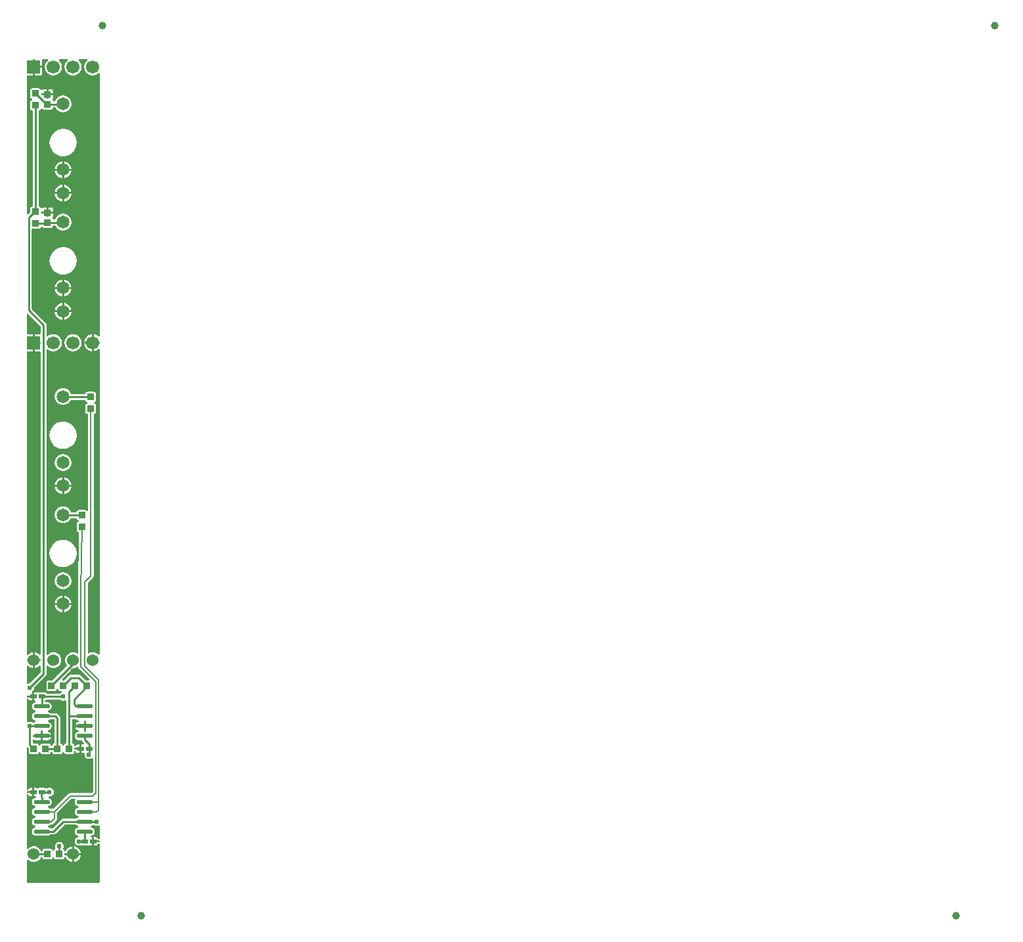
<source format=gbl>
G04 Layer: BottomLayer*
G04 EasyEDA v6.5.23, 2023-07-06 13:56:57*
G04 b9381c7a78c54a84ad0699960bbaf6d2,5a6b42c53f6a479593ecc07194224c93,10*
G04 Gerber Generator version 0.2*
G04 Scale: 100 percent, Rotated: No, Reflected: No *
G04 Dimensions in millimeters *
G04 leading zeros omitted , absolute positions ,4 integer and 5 decimal *
%FSLAX45Y45*%
%MOMM*%

%AMMACRO1*21,1,$1,$2,0,0,$3*%
%ADD10C,0.2540*%
%ADD11C,0.2000*%
%ADD12MACRO1,0.54X0.7901X-90.0000*%
%ADD13R,0.8640X0.8065*%
%ADD14MACRO1,0.864X0.8065X0.0000*%
%ADD15MACRO1,0.864X0.8065X90.0000*%
%ADD16MACRO1,0.54X0.7901X90.0000*%
%ADD17O,2.0450048X0.58801*%
%ADD18R,0.9072X0.8732*%
%ADD19MACRO1,0.9072X0.8732X0.0000*%
%ADD20C,1.0000*%
%ADD21MACRO1,1.7X1.7X0.0000*%
%ADD22C,1.7000*%
%ADD23C,1.6500*%
%ADD24C,1.5240*%
%ADD25C,0.6096*%
%ADD26C,0.0137*%

%LPD*%
G36*
X491896Y3904487D02*
G01*
X488035Y3905300D01*
X484733Y3907485D01*
X482498Y3910787D01*
X481736Y3914648D01*
X482498Y3918559D01*
X484733Y3921861D01*
X621893Y4059021D01*
X625043Y4061155D01*
X628751Y4062018D01*
X632510Y4062120D01*
X645972Y4064406D01*
X658977Y4068419D01*
X671372Y4074160D01*
X673455Y4075480D01*
X676859Y4076903D01*
X680516Y4076954D01*
X684022Y4075734D01*
X686816Y4073296D01*
X688543Y4070096D01*
X691134Y4062120D01*
X694944Y4055516D01*
X698804Y4051046D01*
X827989Y3921861D01*
X830173Y3918559D01*
X830935Y3914648D01*
X830173Y3910787D01*
X827989Y3907485D01*
X824687Y3905300D01*
X820775Y3904487D01*
X789025Y3904487D01*
X785164Y3905300D01*
X781862Y3907485D01*
X725373Y3963924D01*
X719175Y3969054D01*
X712470Y3972610D01*
X705256Y3974795D01*
X697230Y3975608D01*
X596646Y3975608D01*
X588619Y3974795D01*
X581406Y3972610D01*
X574700Y3969054D01*
X568502Y3963924D01*
X512013Y3907485D01*
X508711Y3905300D01*
X504850Y3904487D01*
G37*

%LPD*%
G36*
X36423Y3860190D02*
G01*
X32410Y3860850D01*
X29006Y3863035D01*
X26720Y3866387D01*
X25908Y3870350D01*
X25908Y4083507D01*
X26670Y4087368D01*
X28854Y4090670D01*
X32105Y4092854D01*
X35966Y4093667D01*
X39827Y4092956D01*
X43129Y4090822D01*
X48412Y4085742D01*
X59385Y4077665D01*
X71323Y4071112D01*
X84074Y4066184D01*
X97332Y4063034D01*
X101600Y4062577D01*
X101600Y4150969D01*
X36068Y4150969D01*
X32156Y4151782D01*
X28905Y4153966D01*
X26670Y4157268D01*
X25908Y4161129D01*
X25908Y4166209D01*
X26670Y4170121D01*
X28905Y4173423D01*
X32156Y4175607D01*
X36068Y4176369D01*
X101600Y4176369D01*
X101600Y4264812D01*
X97332Y4264355D01*
X84074Y4261205D01*
X71323Y4256278D01*
X59385Y4249724D01*
X48412Y4241647D01*
X43129Y4236567D01*
X39827Y4234434D01*
X35966Y4233722D01*
X32105Y4234535D01*
X28854Y4236720D01*
X26670Y4240022D01*
X25908Y4243882D01*
X25908Y8133943D01*
X26670Y8137804D01*
X28905Y8141106D01*
X32156Y8143341D01*
X36068Y8144103D01*
X101600Y8144103D01*
X101600Y8242300D01*
X36068Y8242300D01*
X32156Y8243062D01*
X28905Y8245297D01*
X26670Y8248548D01*
X25908Y8252459D01*
X25908Y8257540D01*
X26670Y8261451D01*
X28905Y8264702D01*
X32156Y8266938D01*
X36068Y8267700D01*
X101600Y8267700D01*
X101600Y8365896D01*
X36068Y8365896D01*
X32156Y8366658D01*
X28905Y8368893D01*
X26670Y8372195D01*
X25908Y8376056D01*
X25908Y8619845D01*
X26670Y8623757D01*
X28905Y8627059D01*
X32156Y8629243D01*
X36068Y8630005D01*
X39979Y8629243D01*
X43230Y8627059D01*
X199694Y8470595D01*
X201930Y8467293D01*
X202692Y8463381D01*
X202692Y8376056D01*
X201930Y8372195D01*
X199694Y8368893D01*
X196443Y8366658D01*
X192532Y8365896D01*
X127000Y8365896D01*
X127000Y8267700D01*
X192532Y8267700D01*
X196443Y8266938D01*
X199694Y8264702D01*
X201930Y8261451D01*
X202692Y8257540D01*
X202692Y8252459D01*
X201930Y8248548D01*
X199694Y8245297D01*
X196443Y8243062D01*
X192532Y8242300D01*
X127000Y8242300D01*
X127000Y8144103D01*
X192532Y8144103D01*
X196443Y8143341D01*
X199694Y8141106D01*
X201930Y8137804D01*
X202692Y8133943D01*
X202692Y4244187D01*
X201980Y4240428D01*
X199898Y4237228D01*
X196799Y4234992D01*
X193090Y4234027D01*
X189280Y4234586D01*
X185978Y4236466D01*
X174853Y4245864D01*
X163372Y4253230D01*
X150977Y4258970D01*
X137972Y4262983D01*
X127000Y4264863D01*
X127000Y4176369D01*
X192532Y4176369D01*
X196443Y4175607D01*
X199694Y4173423D01*
X201930Y4170121D01*
X202692Y4166209D01*
X202692Y4161129D01*
X201930Y4157268D01*
X199694Y4153966D01*
X196443Y4151782D01*
X192532Y4150969D01*
X127000Y4150969D01*
X127000Y4062526D01*
X137972Y4064406D01*
X150977Y4068419D01*
X163372Y4074160D01*
X174853Y4081526D01*
X185978Y4090924D01*
X189280Y4092803D01*
X193090Y4093362D01*
X196799Y4092397D01*
X199898Y4090162D01*
X201980Y4086961D01*
X202692Y4083202D01*
X202692Y4008018D01*
X201930Y4004106D01*
X199694Y4000804D01*
X68021Y3869131D01*
X65125Y3867099D01*
X61722Y3866184D01*
X53695Y3865473D01*
X44246Y3862933D01*
X40386Y3861155D01*
G37*

%LPD*%
G36*
X103225Y3356406D02*
G01*
X99466Y3358032D01*
X91694Y3363518D01*
X82753Y3367633D01*
X73304Y3370173D01*
X63500Y3371037D01*
X53695Y3370173D01*
X44246Y3367633D01*
X40386Y3365855D01*
X36423Y3364890D01*
X32410Y3365550D01*
X29006Y3367735D01*
X26720Y3371087D01*
X25908Y3375050D01*
X25908Y3660292D01*
X26720Y3664254D01*
X29006Y3667556D01*
X32410Y3669741D01*
X36372Y3670401D01*
X40335Y3669487D01*
X43586Y3667099D01*
X45669Y3663645D01*
X47802Y3657498D01*
X50901Y3652570D01*
X54965Y3648506D01*
X59893Y3645408D01*
X65328Y3643528D01*
X71678Y3642766D01*
X97891Y3642766D01*
X97891Y3683000D01*
X36068Y3683000D01*
X32156Y3683762D01*
X28905Y3685997D01*
X26670Y3689248D01*
X25908Y3693160D01*
X25908Y3698240D01*
X26670Y3702151D01*
X28905Y3705402D01*
X32156Y3707637D01*
X36068Y3708400D01*
X97891Y3708400D01*
X97891Y3753256D01*
X96418Y3756456D01*
X96164Y3759962D01*
X97078Y3763314D01*
X99110Y3766210D01*
X106680Y3773779D01*
X112318Y3781806D01*
X116433Y3790746D01*
X118973Y3800195D01*
X119684Y3808222D01*
X120599Y3811625D01*
X122631Y3814521D01*
X268224Y3960164D01*
X273354Y3966362D01*
X276910Y3973068D01*
X279095Y3980281D01*
X279908Y3988308D01*
X279908Y4083507D01*
X280670Y4087368D01*
X282854Y4090670D01*
X286105Y4092854D01*
X289966Y4093667D01*
X293827Y4092956D01*
X297129Y4090822D01*
X302412Y4085742D01*
X313385Y4077665D01*
X325323Y4071112D01*
X338074Y4066184D01*
X351332Y4063034D01*
X364896Y4061663D01*
X378510Y4062120D01*
X391972Y4064406D01*
X404977Y4068419D01*
X417372Y4074160D01*
X428853Y4081526D01*
X439267Y4090314D01*
X448411Y4100423D01*
X456133Y4111650D01*
X462280Y4123842D01*
X466750Y4136745D01*
X469493Y4150106D01*
X470408Y4163669D01*
X469493Y4177284D01*
X466750Y4190644D01*
X462280Y4203547D01*
X456133Y4215739D01*
X448411Y4226966D01*
X439267Y4237075D01*
X428853Y4245864D01*
X417372Y4253230D01*
X404977Y4258970D01*
X391972Y4262983D01*
X378510Y4265269D01*
X364896Y4265726D01*
X351332Y4264355D01*
X338074Y4261205D01*
X325323Y4256278D01*
X313385Y4249724D01*
X302412Y4241647D01*
X297129Y4236567D01*
X293827Y4234434D01*
X289966Y4233722D01*
X286105Y4234535D01*
X282854Y4236720D01*
X280670Y4240022D01*
X279908Y4243882D01*
X279908Y8162848D01*
X280670Y8166658D01*
X282752Y8169909D01*
X285953Y8172145D01*
X289763Y8173008D01*
X293573Y8172399D01*
X296875Y8170367D01*
X299161Y8168284D01*
X310794Y8160156D01*
X323392Y8153603D01*
X336753Y8148675D01*
X350621Y8145525D01*
X364744Y8144154D01*
X378968Y8144611D01*
X392988Y8146897D01*
X406603Y8150910D01*
X419608Y8156702D01*
X431749Y8164068D01*
X442874Y8172907D01*
X452729Y8183118D01*
X461213Y8194497D01*
X468223Y8206892D01*
X473557Y8220049D01*
X477164Y8233816D01*
X478942Y8247888D01*
X478942Y8262112D01*
X477164Y8276183D01*
X473557Y8289950D01*
X468223Y8303107D01*
X461213Y8315502D01*
X452729Y8326881D01*
X442874Y8337092D01*
X431749Y8345931D01*
X419608Y8353298D01*
X406603Y8359038D01*
X392988Y8363102D01*
X378968Y8365388D01*
X364744Y8365845D01*
X350621Y8364474D01*
X336753Y8361324D01*
X323392Y8356396D01*
X310794Y8349843D01*
X299161Y8341715D01*
X296875Y8339632D01*
X293573Y8337600D01*
X289763Y8336991D01*
X285953Y8337854D01*
X282752Y8340090D01*
X280670Y8343341D01*
X279908Y8347151D01*
X279908Y8483092D01*
X279095Y8491118D01*
X276910Y8498332D01*
X273354Y8505037D01*
X268224Y8511235D01*
X92405Y8687104D01*
X90170Y8690406D01*
X89408Y8694318D01*
X89408Y9716160D01*
X90170Y9720072D01*
X92405Y9723374D01*
X95656Y9725558D01*
X99568Y9726320D01*
X182321Y9726320D01*
X188671Y9727031D01*
X194106Y9728962D01*
X199034Y9732060D01*
X203098Y9736124D01*
X206197Y9741052D01*
X207619Y9745116D01*
X209499Y9748367D01*
X212445Y9750704D01*
X216052Y9751822D01*
X219811Y9751568D01*
X223215Y9749891D01*
X226517Y9745980D01*
X230632Y9741865D01*
X235508Y9738817D01*
X240995Y9736886D01*
X247294Y9736175D01*
X336905Y9736175D01*
X343204Y9736886D01*
X348691Y9738817D01*
X353568Y9741865D01*
X357682Y9745980D01*
X360730Y9750856D01*
X362661Y9756343D01*
X363931Y9761626D01*
X366166Y9764572D01*
X369316Y9766452D01*
X372973Y9767112D01*
X387654Y9767112D01*
X391363Y9766452D01*
X394512Y9764471D01*
X396798Y9761474D01*
X399643Y9755682D01*
X407517Y9743897D01*
X416864Y9733229D01*
X427532Y9723882D01*
X439318Y9716008D01*
X452018Y9709759D01*
X465429Y9705187D01*
X479348Y9702444D01*
X493522Y9701479D01*
X507644Y9702444D01*
X521563Y9705187D01*
X534974Y9709759D01*
X547674Y9716008D01*
X559460Y9723882D01*
X570128Y9733229D01*
X579475Y9743897D01*
X587349Y9755682D01*
X593648Y9768382D01*
X598170Y9781844D01*
X600964Y9795713D01*
X601878Y9809886D01*
X600964Y9824008D01*
X598170Y9837928D01*
X593648Y9851339D01*
X587349Y9864090D01*
X579475Y9875875D01*
X570128Y9886543D01*
X559460Y9895890D01*
X547674Y9903764D01*
X534974Y9910013D01*
X521563Y9914585D01*
X507644Y9917328D01*
X493522Y9918242D01*
X479348Y9917328D01*
X465429Y9914585D01*
X452018Y9910013D01*
X439318Y9903764D01*
X427532Y9895890D01*
X416864Y9886543D01*
X407517Y9875875D01*
X399643Y9864090D01*
X393344Y9851237D01*
X391210Y9847630D01*
X387807Y9845192D01*
X383692Y9844328D01*
X372973Y9844328D01*
X369316Y9845040D01*
X366166Y9846919D01*
X363931Y9849866D01*
X362661Y9855149D01*
X360730Y9860635D01*
X359562Y9862515D01*
X358190Y9866020D01*
X358190Y9869779D01*
X359562Y9873284D01*
X360730Y9875164D01*
X362661Y9880650D01*
X363372Y9886950D01*
X363372Y9917379D01*
X304800Y9917379D01*
X304800Y9885476D01*
X304038Y9881565D01*
X301802Y9878263D01*
X298551Y9876078D01*
X294640Y9875316D01*
X289560Y9875316D01*
X285648Y9876078D01*
X282397Y9878263D01*
X280162Y9881565D01*
X279400Y9885476D01*
X279400Y9917379D01*
X218948Y9917379D01*
X215087Y9918141D01*
X211785Y9920325D01*
X209600Y9923627D01*
X208788Y9927539D01*
X208788Y9932619D01*
X209600Y9936480D01*
X211785Y9939782D01*
X215087Y9941966D01*
X218948Y9942779D01*
X279400Y9942779D01*
X279400Y9999624D01*
X247294Y9999624D01*
X240995Y9998913D01*
X235508Y9996982D01*
X230632Y9993934D01*
X226517Y9989820D01*
X223215Y9985908D01*
X219811Y9984232D01*
X216052Y9983978D01*
X212445Y9985095D01*
X209499Y9987432D01*
X207619Y9990683D01*
X206197Y9994747D01*
X203098Y9999675D01*
X199034Y10003739D01*
X194106Y10006838D01*
X188671Y10008768D01*
X183794Y10009936D01*
X180898Y10012222D01*
X178968Y10015372D01*
X178308Y10018979D01*
X178308Y11240820D01*
X178968Y11244427D01*
X180898Y11247577D01*
X183794Y11249863D01*
X188671Y11251031D01*
X194106Y11252962D01*
X199034Y11256060D01*
X203098Y11260124D01*
X206197Y11265052D01*
X207619Y11269116D01*
X209499Y11272367D01*
X212445Y11274704D01*
X216052Y11275822D01*
X219811Y11275568D01*
X223215Y11273891D01*
X226517Y11269980D01*
X230632Y11265865D01*
X235508Y11262817D01*
X240995Y11260886D01*
X247294Y11260175D01*
X336905Y11260175D01*
X343204Y11260886D01*
X348691Y11262817D01*
X353568Y11265865D01*
X357682Y11269980D01*
X360730Y11274856D01*
X362661Y11280343D01*
X363931Y11285626D01*
X366166Y11288572D01*
X369316Y11290452D01*
X372973Y11291112D01*
X387654Y11291112D01*
X391363Y11290452D01*
X394512Y11288471D01*
X396798Y11285474D01*
X399643Y11279682D01*
X407517Y11267897D01*
X416864Y11257229D01*
X427532Y11247882D01*
X439318Y11240008D01*
X452018Y11233759D01*
X465429Y11229187D01*
X479348Y11226393D01*
X493522Y11225479D01*
X507644Y11226393D01*
X521563Y11229187D01*
X534974Y11233759D01*
X547674Y11240008D01*
X559460Y11247882D01*
X570128Y11257229D01*
X579475Y11267897D01*
X587349Y11279682D01*
X593648Y11292382D01*
X598170Y11305844D01*
X600964Y11319713D01*
X601878Y11333886D01*
X600964Y11348008D01*
X598170Y11361928D01*
X593648Y11375339D01*
X587349Y11388090D01*
X579475Y11399875D01*
X570128Y11410492D01*
X559460Y11419840D01*
X547674Y11427764D01*
X534974Y11434013D01*
X521563Y11438585D01*
X507644Y11441328D01*
X493522Y11442242D01*
X479348Y11441328D01*
X465429Y11438585D01*
X452018Y11434013D01*
X439318Y11427764D01*
X427532Y11419840D01*
X416864Y11410492D01*
X407517Y11399875D01*
X399643Y11388090D01*
X393344Y11375237D01*
X391210Y11371630D01*
X387807Y11369192D01*
X383692Y11368328D01*
X372973Y11368328D01*
X369316Y11369040D01*
X366166Y11370919D01*
X363931Y11373866D01*
X362661Y11379149D01*
X360730Y11384635D01*
X359562Y11386515D01*
X358190Y11390020D01*
X358190Y11393779D01*
X359562Y11397284D01*
X360730Y11399164D01*
X362661Y11404650D01*
X363372Y11410950D01*
X363372Y11441379D01*
X304800Y11441379D01*
X304800Y11409476D01*
X304038Y11405565D01*
X301802Y11402263D01*
X298551Y11400078D01*
X294640Y11399316D01*
X289560Y11399316D01*
X285648Y11400078D01*
X282397Y11402263D01*
X280162Y11405565D01*
X279400Y11409476D01*
X279400Y11441379D01*
X224383Y11441379D01*
X220522Y11442141D01*
X217220Y11444325D01*
X212140Y11449405D01*
X209956Y11452707D01*
X209143Y11456619D01*
X209956Y11460480D01*
X212140Y11463782D01*
X215442Y11465966D01*
X219303Y11466779D01*
X279400Y11466779D01*
X279400Y11523624D01*
X247294Y11523624D01*
X240995Y11522913D01*
X235508Y11520982D01*
X230632Y11517934D01*
X226517Y11513820D01*
X223215Y11509908D01*
X219811Y11508232D01*
X216052Y11507978D01*
X212445Y11509095D01*
X209499Y11511432D01*
X207619Y11514683D01*
X206197Y11518747D01*
X203098Y11523675D01*
X199034Y11527739D01*
X194106Y11530838D01*
X188671Y11532768D01*
X182321Y11533479D01*
X97078Y11533479D01*
X90728Y11532768D01*
X85293Y11530838D01*
X80365Y11527739D01*
X76301Y11523675D01*
X73202Y11518747D01*
X71323Y11513312D01*
X70612Y11506962D01*
X70612Y11427460D01*
X71323Y11421160D01*
X73202Y11415674D01*
X76301Y11410797D01*
X80365Y11406682D01*
X85293Y11403634D01*
X91338Y11401501D01*
X94894Y11399367D01*
X97332Y11395964D01*
X98145Y11391900D01*
X97332Y11387836D01*
X94894Y11384432D01*
X91338Y11382298D01*
X85293Y11380165D01*
X80365Y11377117D01*
X76301Y11373002D01*
X73202Y11368125D01*
X71323Y11362639D01*
X70612Y11356340D01*
X70612Y11276838D01*
X71323Y11270488D01*
X73202Y11265052D01*
X76301Y11260124D01*
X80365Y11256060D01*
X85293Y11252962D01*
X90728Y11251031D01*
X95605Y11249863D01*
X98501Y11247577D01*
X100431Y11244427D01*
X101092Y11240820D01*
X101092Y10018979D01*
X100431Y10015372D01*
X98501Y10012222D01*
X95605Y10009936D01*
X90728Y10008768D01*
X85293Y10006838D01*
X80365Y10003739D01*
X76301Y9999675D01*
X73202Y9994747D01*
X71323Y9989312D01*
X70612Y9982962D01*
X70612Y9946487D01*
X69799Y9942626D01*
X67614Y9939324D01*
X43230Y9914940D01*
X39979Y9912756D01*
X36068Y9911994D01*
X32156Y9912756D01*
X28905Y9914940D01*
X26670Y9918242D01*
X25908Y9922154D01*
X25908Y11689943D01*
X26670Y11693804D01*
X28905Y11697106D01*
X32156Y11699341D01*
X36068Y11700103D01*
X101600Y11700103D01*
X101600Y11798300D01*
X36068Y11798300D01*
X32156Y11799062D01*
X28905Y11801297D01*
X26670Y11804548D01*
X25908Y11808460D01*
X25908Y11813540D01*
X26670Y11817451D01*
X28905Y11820702D01*
X32156Y11822938D01*
X36068Y11823700D01*
X101600Y11823700D01*
X101600Y11901932D01*
X102362Y11905843D01*
X104597Y11909094D01*
X107848Y11911330D01*
X111760Y11912092D01*
X116839Y11912092D01*
X120751Y11911330D01*
X124002Y11909094D01*
X126237Y11905843D01*
X127000Y11901932D01*
X127000Y11823700D01*
X225196Y11823700D01*
X225196Y11895429D01*
X224586Y11900814D01*
X225044Y11905030D01*
X227126Y11908688D01*
X230530Y11911228D01*
X234696Y11912092D01*
X288696Y11912092D01*
X292658Y11911279D01*
X296011Y11908993D01*
X298196Y11905589D01*
X298856Y11901627D01*
X297942Y11897664D01*
X295554Y11894413D01*
X288645Y11888165D01*
X279450Y11877344D01*
X271678Y11865406D01*
X265531Y11852605D01*
X261061Y11839143D01*
X258317Y11825173D01*
X257403Y11811000D01*
X258317Y11796826D01*
X261061Y11782856D01*
X265531Y11769394D01*
X271678Y11756593D01*
X279450Y11744655D01*
X288645Y11733834D01*
X299161Y11724284D01*
X310794Y11716156D01*
X323392Y11709603D01*
X336753Y11704675D01*
X350621Y11701526D01*
X364744Y11700154D01*
X378968Y11700611D01*
X392988Y11702897D01*
X406603Y11706910D01*
X419608Y11712702D01*
X431749Y11720068D01*
X442874Y11728907D01*
X452729Y11739118D01*
X461213Y11750497D01*
X468223Y11762892D01*
X473557Y11776049D01*
X477164Y11789816D01*
X478942Y11803888D01*
X478942Y11818112D01*
X477164Y11832183D01*
X473557Y11845950D01*
X468223Y11859107D01*
X461213Y11871502D01*
X452729Y11882882D01*
X439064Y11897207D01*
X437946Y11901170D01*
X438454Y11905284D01*
X440588Y11908840D01*
X443992Y11911228D01*
X448056Y11912092D01*
X542696Y11912092D01*
X546658Y11911279D01*
X550011Y11908993D01*
X552196Y11905589D01*
X552856Y11901627D01*
X551942Y11897664D01*
X549554Y11894413D01*
X542645Y11888165D01*
X533450Y11877344D01*
X525678Y11865406D01*
X519531Y11852605D01*
X515061Y11839143D01*
X512318Y11825173D01*
X511403Y11811000D01*
X512318Y11796826D01*
X515061Y11782856D01*
X519531Y11769394D01*
X525678Y11756593D01*
X533450Y11744655D01*
X542645Y11733834D01*
X553161Y11724284D01*
X564794Y11716156D01*
X577392Y11709603D01*
X590753Y11704675D01*
X604621Y11701526D01*
X618744Y11700154D01*
X632968Y11700611D01*
X646988Y11702897D01*
X660603Y11706910D01*
X673608Y11712702D01*
X685749Y11720068D01*
X696874Y11728907D01*
X706729Y11739118D01*
X715213Y11750497D01*
X722223Y11762892D01*
X727557Y11776049D01*
X731164Y11789816D01*
X732942Y11803888D01*
X732942Y11818112D01*
X731164Y11832183D01*
X727557Y11845950D01*
X722223Y11859107D01*
X715213Y11871502D01*
X706729Y11882882D01*
X693064Y11897207D01*
X691946Y11901170D01*
X692454Y11905284D01*
X694588Y11908840D01*
X697992Y11911228D01*
X702056Y11912092D01*
X796696Y11912092D01*
X800658Y11911279D01*
X804011Y11908993D01*
X806196Y11905589D01*
X806856Y11901627D01*
X805942Y11897664D01*
X803554Y11894413D01*
X796645Y11888165D01*
X787450Y11877344D01*
X779678Y11865406D01*
X773531Y11852605D01*
X769061Y11839143D01*
X766318Y11825173D01*
X765403Y11811000D01*
X766318Y11796826D01*
X769061Y11782856D01*
X773531Y11769394D01*
X779678Y11756593D01*
X787450Y11744655D01*
X796645Y11733834D01*
X807161Y11724284D01*
X818794Y11716156D01*
X831392Y11709603D01*
X844753Y11704675D01*
X858621Y11701526D01*
X872744Y11700154D01*
X886968Y11700611D01*
X900988Y11702897D01*
X914603Y11706910D01*
X927608Y11712702D01*
X939749Y11720068D01*
X948182Y11726773D01*
X951534Y11728551D01*
X955294Y11729008D01*
X958951Y11727992D01*
X961999Y11725757D01*
X963980Y11722557D01*
X964692Y11718848D01*
X964692Y8347151D01*
X963980Y8343442D01*
X961999Y8340242D01*
X958951Y8338007D01*
X955294Y8336991D01*
X951534Y8337448D01*
X948182Y8339226D01*
X939749Y8345931D01*
X927608Y8353298D01*
X914603Y8359038D01*
X900988Y8363102D01*
X889000Y8365032D01*
X889000Y8267700D01*
X954532Y8267700D01*
X958443Y8266938D01*
X961694Y8264702D01*
X963930Y8261451D01*
X964692Y8257540D01*
X964692Y8252459D01*
X963930Y8248548D01*
X961694Y8245297D01*
X958443Y8243062D01*
X954532Y8242300D01*
X889000Y8242300D01*
X889000Y8144967D01*
X900988Y8146897D01*
X914603Y8150910D01*
X927608Y8156702D01*
X939749Y8164068D01*
X948182Y8170773D01*
X951534Y8172551D01*
X955294Y8173008D01*
X958951Y8171992D01*
X961999Y8169757D01*
X963980Y8166557D01*
X964692Y8162848D01*
X964692Y4244187D01*
X963980Y4240428D01*
X961898Y4237228D01*
X958799Y4234992D01*
X955090Y4234027D01*
X951280Y4234586D01*
X947978Y4236466D01*
X936853Y4245864D01*
X925372Y4253230D01*
X912977Y4258970D01*
X899972Y4262983D01*
X886510Y4265269D01*
X872896Y4265726D01*
X859332Y4264355D01*
X846074Y4261205D01*
X833323Y4256278D01*
X825652Y4252112D01*
X821639Y4250893D01*
X817524Y4251401D01*
X813917Y4253484D01*
X811479Y4256887D01*
X810615Y4261002D01*
X810615Y5149799D01*
X811377Y5153710D01*
X813562Y5157012D01*
X875893Y5219344D01*
X880973Y5225592D01*
X884377Y5232247D01*
X886358Y5239613D01*
X886815Y5245506D01*
X886815Y7328916D01*
X887476Y7332522D01*
X889406Y7335672D01*
X892302Y7337958D01*
X895807Y7339025D01*
X899871Y7339431D01*
X905306Y7341362D01*
X910234Y7344460D01*
X914298Y7348524D01*
X917397Y7353452D01*
X919276Y7358888D01*
X919987Y7365238D01*
X919987Y7444740D01*
X919276Y7451039D01*
X917397Y7456525D01*
X914298Y7461402D01*
X910234Y7465517D01*
X905306Y7468565D01*
X899261Y7470698D01*
X895705Y7472832D01*
X893267Y7476236D01*
X892454Y7480300D01*
X893267Y7484364D01*
X895705Y7487767D01*
X899261Y7489901D01*
X905306Y7492034D01*
X910234Y7495082D01*
X914298Y7499197D01*
X917397Y7504074D01*
X919276Y7509560D01*
X919987Y7515859D01*
X919987Y7595362D01*
X919276Y7601712D01*
X917397Y7607147D01*
X914298Y7612075D01*
X910234Y7616139D01*
X905306Y7619238D01*
X899871Y7621168D01*
X893521Y7621879D01*
X808278Y7621879D01*
X801928Y7621168D01*
X796493Y7619238D01*
X791565Y7616139D01*
X787501Y7612075D01*
X784402Y7607147D01*
X782269Y7601051D01*
X780135Y7597495D01*
X776732Y7595108D01*
X772668Y7594244D01*
X604062Y7594244D01*
X599948Y7595108D01*
X596544Y7597546D01*
X594410Y7601153D01*
X593648Y7603439D01*
X587349Y7616190D01*
X579475Y7627975D01*
X570128Y7638643D01*
X559460Y7647990D01*
X547674Y7655864D01*
X534974Y7662113D01*
X521563Y7666685D01*
X507644Y7669428D01*
X493522Y7670342D01*
X479348Y7669428D01*
X465429Y7666685D01*
X452018Y7662113D01*
X439318Y7655864D01*
X427532Y7647990D01*
X416864Y7638643D01*
X407517Y7627975D01*
X399643Y7616190D01*
X393344Y7603439D01*
X388823Y7590028D01*
X386029Y7576108D01*
X385114Y7561986D01*
X386029Y7547813D01*
X388823Y7533944D01*
X393344Y7520482D01*
X399643Y7507782D01*
X407517Y7495997D01*
X416864Y7485329D01*
X427532Y7475981D01*
X439318Y7468108D01*
X452018Y7461859D01*
X465429Y7457287D01*
X479348Y7454544D01*
X493522Y7453579D01*
X507644Y7454544D01*
X521563Y7457287D01*
X534974Y7461859D01*
X547674Y7468108D01*
X559460Y7475981D01*
X570128Y7485329D01*
X579475Y7495997D01*
X587349Y7507782D01*
X589127Y7511338D01*
X591362Y7514336D01*
X594563Y7516317D01*
X598220Y7517028D01*
X772668Y7517028D01*
X776732Y7516164D01*
X780135Y7513777D01*
X782269Y7510221D01*
X784402Y7504074D01*
X787501Y7499197D01*
X791565Y7495082D01*
X796493Y7492034D01*
X802538Y7489901D01*
X806094Y7487767D01*
X808532Y7484364D01*
X809345Y7480300D01*
X808532Y7476236D01*
X806094Y7472832D01*
X802538Y7470698D01*
X796493Y7468565D01*
X791565Y7465517D01*
X787501Y7461402D01*
X784402Y7456525D01*
X782523Y7451039D01*
X781812Y7444740D01*
X781812Y7365238D01*
X782523Y7358888D01*
X784402Y7353452D01*
X787501Y7348524D01*
X791565Y7344460D01*
X796493Y7341362D01*
X801928Y7339431D01*
X805992Y7339025D01*
X809498Y7337958D01*
X812393Y7335672D01*
X814324Y7332522D01*
X814984Y7328916D01*
X814984Y6097625D01*
X814222Y6093714D01*
X812038Y6090412D01*
X808736Y6088227D01*
X804824Y6087465D01*
X800963Y6088227D01*
X797661Y6090412D01*
X795934Y6092139D01*
X791006Y6095238D01*
X785571Y6097168D01*
X779221Y6097879D01*
X693978Y6097879D01*
X687628Y6097168D01*
X682193Y6095238D01*
X677265Y6092139D01*
X673201Y6088075D01*
X670102Y6083147D01*
X667969Y6077051D01*
X665835Y6073495D01*
X662432Y6071108D01*
X658368Y6070244D01*
X604062Y6070244D01*
X599948Y6071108D01*
X596544Y6073546D01*
X594410Y6077153D01*
X593648Y6079439D01*
X587349Y6092190D01*
X579475Y6103975D01*
X570128Y6114643D01*
X559460Y6123990D01*
X547674Y6131864D01*
X534974Y6138113D01*
X521563Y6142685D01*
X507644Y6145428D01*
X493522Y6146342D01*
X479348Y6145428D01*
X465429Y6142685D01*
X452018Y6138113D01*
X439318Y6131864D01*
X427532Y6123990D01*
X416864Y6114643D01*
X407517Y6103975D01*
X399643Y6092190D01*
X393344Y6079439D01*
X388823Y6066028D01*
X386029Y6052108D01*
X385114Y6037986D01*
X386029Y6023813D01*
X388823Y6009944D01*
X393344Y5996482D01*
X399643Y5983782D01*
X407517Y5971997D01*
X416864Y5961329D01*
X427532Y5951982D01*
X439318Y5944108D01*
X452018Y5937859D01*
X465429Y5933287D01*
X479348Y5930544D01*
X493522Y5929579D01*
X507644Y5930544D01*
X521563Y5933287D01*
X534974Y5937859D01*
X547674Y5944108D01*
X559460Y5951982D01*
X570128Y5961329D01*
X579475Y5971997D01*
X587349Y5983782D01*
X589127Y5987338D01*
X591362Y5990336D01*
X594563Y5992317D01*
X598220Y5993028D01*
X658368Y5993028D01*
X662432Y5992164D01*
X665835Y5989777D01*
X667969Y5986221D01*
X670102Y5980074D01*
X673201Y5975197D01*
X677265Y5971082D01*
X682193Y5968034D01*
X688238Y5965901D01*
X691794Y5963767D01*
X694232Y5960364D01*
X695045Y5956300D01*
X694232Y5952236D01*
X691794Y5948832D01*
X688238Y5946698D01*
X682193Y5944565D01*
X677265Y5941517D01*
X673201Y5937402D01*
X670102Y5932525D01*
X668223Y5927039D01*
X667512Y5920740D01*
X667512Y5841238D01*
X668223Y5834888D01*
X670102Y5829452D01*
X673201Y5824524D01*
X677265Y5820460D01*
X682193Y5817362D01*
X687628Y5815431D01*
X690473Y5815126D01*
X694080Y5814060D01*
X696976Y5811774D01*
X698906Y5808573D01*
X699516Y5804865D01*
X687984Y5055209D01*
X687984Y4261154D01*
X687070Y4256938D01*
X684479Y4253484D01*
X680720Y4251401D01*
X676402Y4251096D01*
X658977Y4258970D01*
X645972Y4262983D01*
X632510Y4265269D01*
X618896Y4265726D01*
X605332Y4264355D01*
X592074Y4261205D01*
X579323Y4256278D01*
X567385Y4249724D01*
X556412Y4241647D01*
X546608Y4232148D01*
X538124Y4221480D01*
X531164Y4209745D01*
X525881Y4197197D01*
X522274Y4184040D01*
X520446Y4170527D01*
X520446Y4156862D01*
X522274Y4143349D01*
X525881Y4130192D01*
X531164Y4117644D01*
X538124Y4105910D01*
X541985Y4101033D01*
X543712Y4097782D01*
X544169Y4094124D01*
X543306Y4090568D01*
X541223Y4087571D01*
X361137Y3907485D01*
X357835Y3905300D01*
X353974Y3904487D01*
X304038Y3904487D01*
X297688Y3903776D01*
X292252Y3901897D01*
X287324Y3898798D01*
X283260Y3894734D01*
X280162Y3889806D01*
X278231Y3884371D01*
X277520Y3878021D01*
X277520Y3792778D01*
X278231Y3786428D01*
X280162Y3780993D01*
X283260Y3776065D01*
X287324Y3772001D01*
X292252Y3768902D01*
X297688Y3767023D01*
X304038Y3766312D01*
X383540Y3766312D01*
X389839Y3767023D01*
X395325Y3768902D01*
X400202Y3772001D01*
X404317Y3776065D01*
X407365Y3780993D01*
X409498Y3787038D01*
X411632Y3790594D01*
X415035Y3793032D01*
X419100Y3793845D01*
X423164Y3793032D01*
X426567Y3790594D01*
X428701Y3787038D01*
X430834Y3780993D01*
X433882Y3776065D01*
X437997Y3772001D01*
X442874Y3768902D01*
X448360Y3767023D01*
X454659Y3766312D01*
X468020Y3766312D01*
X471881Y3765550D01*
X475132Y3763416D01*
X477316Y3760215D01*
X478180Y3756406D01*
X477520Y3752545D01*
X475488Y3749243D01*
X472338Y3746906D01*
X467106Y3744518D01*
X459079Y3738879D01*
X457504Y3737305D01*
X454202Y3735070D01*
X450291Y3734308D01*
X287782Y3734308D01*
X284530Y3734866D01*
X281584Y3736390D01*
X275234Y3742893D01*
X270306Y3745992D01*
X264871Y3747871D01*
X258521Y3748582D01*
X180695Y3748582D01*
X174345Y3747871D01*
X168452Y3745839D01*
X165100Y3745280D01*
X161747Y3745839D01*
X155854Y3747871D01*
X149504Y3748582D01*
X123291Y3748582D01*
X123291Y3708400D01*
X144018Y3708400D01*
X147929Y3707637D01*
X151231Y3705402D01*
X153416Y3702151D01*
X154178Y3698240D01*
X154178Y3693160D01*
X153416Y3689248D01*
X151231Y3685997D01*
X147929Y3683762D01*
X144018Y3683000D01*
X123291Y3683000D01*
X123291Y3642766D01*
X131826Y3642766D01*
X135890Y3641953D01*
X139242Y3639565D01*
X141376Y3636010D01*
X141935Y3631895D01*
X140766Y3627882D01*
X138125Y3624681D01*
X134416Y3622801D01*
X126288Y3620617D01*
X117551Y3616553D01*
X109677Y3611016D01*
X102870Y3604209D01*
X97332Y3596335D01*
X93268Y3587597D01*
X90779Y3578301D01*
X89916Y3568700D01*
X90779Y3559098D01*
X93268Y3549802D01*
X97332Y3541064D01*
X102870Y3533190D01*
X109677Y3526383D01*
X117551Y3520846D01*
X126288Y3516782D01*
X132842Y3515004D01*
X136702Y3512972D01*
X139395Y3509518D01*
X140360Y3505200D01*
X139395Y3500882D01*
X136702Y3497427D01*
X132842Y3495395D01*
X126288Y3493617D01*
X117551Y3489553D01*
X109677Y3484016D01*
X102870Y3477209D01*
X97332Y3469335D01*
X93268Y3460597D01*
X90779Y3451301D01*
X89916Y3441700D01*
X90779Y3432098D01*
X93268Y3422802D01*
X97332Y3414064D01*
X102870Y3406190D01*
X109677Y3399383D01*
X117551Y3393846D01*
X126288Y3389782D01*
X132842Y3388004D01*
X136702Y3385972D01*
X139395Y3382518D01*
X140360Y3378200D01*
X139395Y3373882D01*
X136702Y3370427D01*
X132842Y3368395D01*
X126288Y3366617D01*
X117551Y3362553D01*
X111099Y3358032D01*
X107340Y3356406D01*
G37*

%LPC*%
G36*
X385927Y10496600D02*
G01*
X480822Y10496600D01*
X480822Y10591444D01*
X479348Y10591342D01*
X465429Y10588599D01*
X452018Y10584027D01*
X439318Y10577779D01*
X427532Y10569854D01*
X416864Y10560507D01*
X407517Y10549890D01*
X399643Y10538104D01*
X393344Y10525353D01*
X388823Y10511942D01*
X386029Y10498023D01*
G37*
G36*
X506222Y10376357D02*
G01*
X507644Y10376408D01*
X521563Y10379202D01*
X534974Y10383774D01*
X547674Y10390022D01*
X559460Y10397896D01*
X570128Y10407243D01*
X579475Y10417911D01*
X587349Y10429697D01*
X593648Y10442397D01*
X598170Y10455859D01*
X600964Y10469727D01*
X601065Y10471200D01*
X506222Y10471200D01*
G37*
G36*
X480822Y10376357D02*
G01*
X480822Y10471200D01*
X385927Y10471200D01*
X386029Y10469727D01*
X388823Y10455859D01*
X393344Y10442397D01*
X399643Y10429697D01*
X407517Y10417911D01*
X416864Y10407243D01*
X427532Y10397896D01*
X439318Y10390022D01*
X452018Y10383774D01*
X465429Y10379202D01*
X479348Y10376408D01*
G37*
G36*
X506222Y10196576D02*
G01*
X601065Y10196576D01*
X600964Y10197998D01*
X598170Y10211917D01*
X593648Y10225328D01*
X587349Y10238079D01*
X579475Y10249865D01*
X570128Y10260482D01*
X559460Y10269829D01*
X547674Y10277754D01*
X534974Y10284002D01*
X521563Y10288574D01*
X507644Y10291318D01*
X506222Y10291419D01*
G37*
G36*
X385927Y10196576D02*
G01*
X480822Y10196576D01*
X480822Y10291419D01*
X479348Y10291318D01*
X465429Y10288574D01*
X452018Y10284002D01*
X439318Y10277754D01*
X427532Y10269829D01*
X416864Y10260482D01*
X407517Y10249865D01*
X399643Y10238079D01*
X393344Y10225328D01*
X388823Y10211917D01*
X386029Y10197998D01*
G37*
G36*
X506222Y10076332D02*
G01*
X507644Y10076383D01*
X521563Y10079177D01*
X534974Y10083749D01*
X547674Y10089997D01*
X559460Y10097871D01*
X570128Y10107218D01*
X579475Y10117886D01*
X587349Y10129672D01*
X593648Y10142372D01*
X598170Y10155834D01*
X600964Y10169702D01*
X601065Y10171176D01*
X506222Y10171176D01*
G37*
G36*
X480822Y10076332D02*
G01*
X480822Y10171176D01*
X385927Y10171176D01*
X386029Y10169702D01*
X388823Y10155834D01*
X393344Y10142372D01*
X399643Y10129672D01*
X407517Y10117886D01*
X416864Y10107218D01*
X427532Y10097871D01*
X439318Y10089997D01*
X452018Y10083749D01*
X465429Y10079177D01*
X479348Y10076383D01*
G37*
G36*
X304800Y9942779D02*
G01*
X363372Y9942779D01*
X363372Y9973157D01*
X362661Y9979456D01*
X360730Y9984943D01*
X357682Y9989820D01*
X353568Y9993934D01*
X348691Y9996982D01*
X343204Y9998913D01*
X336905Y9999624D01*
X304800Y9999624D01*
G37*
G36*
X498043Y9134043D02*
G01*
X516128Y9135465D01*
X533908Y9138716D01*
X551332Y9143746D01*
X568096Y9150604D01*
X584047Y9159087D01*
X599084Y9169196D01*
X613003Y9180779D01*
X625652Y9193784D01*
X636879Y9207957D01*
X646582Y9223248D01*
X654710Y9239453D01*
X661060Y9256420D01*
X665683Y9273895D01*
X668477Y9291777D01*
X669391Y9309862D01*
X668477Y9327997D01*
X665683Y9345879D01*
X661060Y9363354D01*
X654710Y9380321D01*
X646582Y9396526D01*
X636879Y9411817D01*
X625652Y9425990D01*
X613003Y9438995D01*
X599084Y9450578D01*
X584047Y9460687D01*
X568096Y9469170D01*
X551332Y9476028D01*
X533908Y9481058D01*
X516128Y9484309D01*
X498043Y9485731D01*
X479958Y9485274D01*
X461975Y9482937D01*
X444347Y9478772D01*
X427278Y9472828D01*
X410870Y9465157D01*
X395325Y9455810D01*
X380847Y9444939D01*
X367538Y9432645D01*
X355600Y9419031D01*
X345084Y9404299D01*
X336194Y9388551D01*
X328930Y9371939D01*
X323443Y9354667D01*
X319735Y9336938D01*
X317855Y9318955D01*
X317855Y9300819D01*
X319735Y9282836D01*
X323443Y9265107D01*
X328930Y9247835D01*
X336194Y9231223D01*
X345084Y9215475D01*
X355600Y9200743D01*
X367538Y9187129D01*
X380847Y9174835D01*
X395325Y9163964D01*
X410870Y9154617D01*
X427278Y9146946D01*
X444347Y9141002D01*
X461975Y9136837D01*
X479958Y9134500D01*
G37*
G36*
X127000Y11700103D02*
G01*
X198729Y11700103D01*
X205028Y11700814D01*
X210515Y11702694D01*
X215392Y11705793D01*
X219506Y11709908D01*
X222605Y11714784D01*
X224485Y11720271D01*
X225196Y11726570D01*
X225196Y11798300D01*
X127000Y11798300D01*
G37*
G36*
X506222Y8972600D02*
G01*
X601065Y8972600D01*
X600964Y8974023D01*
X598170Y8987942D01*
X593648Y9001353D01*
X587349Y9014104D01*
X579475Y9025890D01*
X570128Y9036558D01*
X559460Y9045905D01*
X547674Y9053779D01*
X534974Y9060027D01*
X521563Y9064599D01*
X507644Y9067342D01*
X506222Y9067444D01*
G37*
G36*
X385927Y8972600D02*
G01*
X480822Y8972600D01*
X480822Y9067444D01*
X479348Y9067342D01*
X465429Y9064599D01*
X452018Y9060027D01*
X439318Y9053779D01*
X427532Y9045905D01*
X416864Y9036558D01*
X407517Y9025890D01*
X399643Y9014104D01*
X393344Y9001353D01*
X388823Y8987942D01*
X386029Y8974023D01*
G37*
G36*
X506222Y8852357D02*
G01*
X507644Y8852458D01*
X521563Y8855202D01*
X534974Y8859774D01*
X547674Y8866022D01*
X559460Y8873896D01*
X570128Y8883243D01*
X579475Y8893911D01*
X587349Y8905697D01*
X593648Y8918397D01*
X598170Y8931859D01*
X600964Y8945727D01*
X601065Y8947200D01*
X506222Y8947200D01*
G37*
G36*
X480822Y8852357D02*
G01*
X480822Y8947200D01*
X385927Y8947200D01*
X386029Y8945727D01*
X388823Y8931859D01*
X393344Y8918397D01*
X399643Y8905697D01*
X407517Y8893911D01*
X416864Y8883243D01*
X427532Y8873896D01*
X439318Y8866022D01*
X452018Y8859774D01*
X465429Y8855202D01*
X479348Y8852458D01*
G37*
G36*
X506222Y8672576D02*
G01*
X601065Y8672576D01*
X600964Y8673998D01*
X598170Y8687917D01*
X593648Y8701328D01*
X587349Y8714079D01*
X579475Y8725865D01*
X570128Y8736533D01*
X559460Y8745880D01*
X547674Y8753754D01*
X534974Y8760002D01*
X521563Y8764574D01*
X507644Y8767318D01*
X506222Y8767419D01*
G37*
G36*
X385927Y8672576D02*
G01*
X480822Y8672576D01*
X480822Y8767419D01*
X479348Y8767318D01*
X465429Y8764574D01*
X452018Y8760002D01*
X439318Y8753754D01*
X427532Y8745880D01*
X416864Y8736533D01*
X407517Y8725865D01*
X399643Y8714079D01*
X393344Y8701328D01*
X388823Y8687917D01*
X386029Y8673998D01*
G37*
G36*
X506222Y8552332D02*
G01*
X507644Y8552434D01*
X521563Y8555177D01*
X534974Y8559749D01*
X547674Y8565997D01*
X559460Y8573871D01*
X570128Y8583218D01*
X579475Y8593886D01*
X587349Y8605672D01*
X593648Y8618372D01*
X598170Y8631834D01*
X600964Y8645702D01*
X601065Y8647176D01*
X506222Y8647176D01*
G37*
G36*
X480822Y8552332D02*
G01*
X480822Y8647176D01*
X385927Y8647176D01*
X386029Y8645702D01*
X388823Y8631834D01*
X393344Y8618372D01*
X399643Y8605672D01*
X407517Y8593886D01*
X416864Y8583218D01*
X427532Y8573871D01*
X439318Y8565997D01*
X452018Y8559749D01*
X465429Y8555177D01*
X479348Y8552434D01*
G37*
G36*
X766216Y8267700D02*
G01*
X863600Y8267700D01*
X863600Y8364931D01*
X858621Y8364474D01*
X844753Y8361324D01*
X831392Y8356396D01*
X818794Y8349843D01*
X807161Y8341715D01*
X796645Y8332165D01*
X787450Y8321344D01*
X779678Y8309406D01*
X773531Y8296605D01*
X769061Y8283143D01*
X766318Y8269173D01*
G37*
G36*
X863600Y8145068D02*
G01*
X863600Y8242300D01*
X766216Y8242300D01*
X766318Y8240826D01*
X769061Y8226856D01*
X773531Y8213394D01*
X779678Y8200593D01*
X787450Y8188655D01*
X796645Y8177834D01*
X807161Y8168284D01*
X818794Y8160156D01*
X831392Y8153603D01*
X844753Y8148675D01*
X858621Y8145525D01*
G37*
G36*
X618744Y8144154D02*
G01*
X632968Y8144611D01*
X646988Y8146897D01*
X660603Y8150910D01*
X673608Y8156702D01*
X685749Y8164068D01*
X696874Y8172907D01*
X706729Y8183118D01*
X715213Y8194497D01*
X722223Y8206892D01*
X727557Y8220049D01*
X731164Y8233816D01*
X732942Y8247888D01*
X732942Y8262112D01*
X731164Y8276183D01*
X727557Y8289950D01*
X722223Y8303107D01*
X715213Y8315502D01*
X706729Y8326881D01*
X696874Y8337092D01*
X685749Y8345931D01*
X673608Y8353298D01*
X660603Y8359038D01*
X646988Y8363102D01*
X632968Y8365388D01*
X618744Y8365845D01*
X604621Y8364474D01*
X590753Y8361324D01*
X577392Y8356396D01*
X564794Y8349843D01*
X553161Y8341715D01*
X542645Y8332165D01*
X533450Y8321344D01*
X525678Y8309406D01*
X519531Y8296605D01*
X515061Y8283143D01*
X512318Y8269173D01*
X511403Y8255000D01*
X512318Y8240826D01*
X515061Y8226856D01*
X519531Y8213394D01*
X525678Y8200593D01*
X533450Y8188655D01*
X542645Y8177834D01*
X553161Y8168284D01*
X564794Y8160156D01*
X577392Y8153603D01*
X590753Y8148675D01*
X604621Y8145525D01*
G37*
G36*
X498043Y6886143D02*
G01*
X516128Y6887565D01*
X533908Y6890816D01*
X551332Y6895846D01*
X568096Y6902703D01*
X584047Y6911187D01*
X599084Y6921296D01*
X613003Y6932879D01*
X625652Y6945884D01*
X636879Y6960057D01*
X646582Y6975348D01*
X654710Y6991553D01*
X661060Y7008520D01*
X665683Y7025995D01*
X668477Y7043877D01*
X669391Y7061962D01*
X668477Y7080097D01*
X665683Y7097979D01*
X661060Y7115454D01*
X654710Y7132421D01*
X646582Y7148626D01*
X636879Y7163917D01*
X625652Y7178090D01*
X613003Y7191095D01*
X599084Y7202678D01*
X584047Y7212787D01*
X568096Y7221270D01*
X551332Y7228128D01*
X533908Y7233158D01*
X516128Y7236409D01*
X498043Y7237831D01*
X479958Y7237374D01*
X461975Y7235037D01*
X444347Y7230872D01*
X427278Y7224928D01*
X410870Y7217257D01*
X395325Y7207910D01*
X380847Y7197039D01*
X367538Y7184745D01*
X355600Y7171131D01*
X345084Y7156399D01*
X336194Y7140651D01*
X328930Y7124039D01*
X323443Y7106767D01*
X319735Y7089038D01*
X317855Y7071055D01*
X317855Y7052919D01*
X319735Y7034936D01*
X323443Y7017207D01*
X328930Y6999935D01*
X336194Y6983323D01*
X345084Y6967575D01*
X355600Y6952843D01*
X367538Y6939229D01*
X380847Y6926935D01*
X395325Y6916064D01*
X410870Y6906717D01*
X427278Y6899046D01*
X444347Y6893102D01*
X461975Y6888937D01*
X479958Y6886600D01*
G37*
G36*
X493522Y6603593D02*
G01*
X507644Y6604558D01*
X521563Y6607302D01*
X534974Y6611874D01*
X547674Y6618122D01*
X559460Y6625996D01*
X570128Y6635343D01*
X579475Y6646011D01*
X587349Y6657797D01*
X593648Y6670497D01*
X598170Y6683959D01*
X600964Y6697827D01*
X601878Y6712000D01*
X600964Y6726123D01*
X598170Y6740042D01*
X593648Y6753453D01*
X587349Y6766204D01*
X579475Y6777990D01*
X570128Y6788658D01*
X559460Y6798005D01*
X547674Y6805879D01*
X534974Y6812127D01*
X521563Y6816699D01*
X507644Y6819442D01*
X493522Y6820357D01*
X479348Y6819442D01*
X465429Y6816699D01*
X452018Y6812127D01*
X439318Y6805879D01*
X427532Y6798005D01*
X416864Y6788658D01*
X407517Y6777990D01*
X399643Y6766204D01*
X393344Y6753453D01*
X388823Y6740042D01*
X386029Y6726123D01*
X385114Y6712000D01*
X386029Y6697827D01*
X388823Y6683959D01*
X393344Y6670497D01*
X399643Y6657797D01*
X407517Y6646011D01*
X416864Y6635343D01*
X427532Y6625996D01*
X439318Y6618122D01*
X452018Y6611874D01*
X465429Y6607302D01*
X479348Y6604558D01*
G37*
G36*
X304800Y11466779D02*
G01*
X363372Y11466779D01*
X363372Y11497157D01*
X362661Y11503456D01*
X360730Y11508943D01*
X357682Y11513820D01*
X353568Y11517934D01*
X348691Y11520982D01*
X343204Y11522913D01*
X336905Y11523624D01*
X304800Y11523624D01*
G37*
G36*
X506222Y6424676D02*
G01*
X601065Y6424676D01*
X600964Y6426098D01*
X598170Y6440017D01*
X593648Y6453428D01*
X587349Y6466179D01*
X579475Y6477965D01*
X570128Y6488633D01*
X559460Y6497980D01*
X547674Y6505854D01*
X534974Y6512102D01*
X521563Y6516674D01*
X507644Y6519418D01*
X506222Y6519519D01*
G37*
G36*
X498043Y10658043D02*
G01*
X516128Y10659414D01*
X533908Y10662666D01*
X551332Y10667746D01*
X568096Y10674553D01*
X584047Y10683087D01*
X599084Y10693196D01*
X613003Y10704779D01*
X625652Y10717733D01*
X636879Y10731957D01*
X646582Y10747248D01*
X654710Y10763402D01*
X661060Y10780369D01*
X665683Y10797895D01*
X668477Y10815777D01*
X669391Y10833862D01*
X668477Y10851946D01*
X665683Y10869828D01*
X661060Y10887354D01*
X654710Y10904321D01*
X646582Y10920476D01*
X636879Y10935766D01*
X625652Y10949990D01*
X613003Y10962944D01*
X599084Y10974527D01*
X584047Y10984636D01*
X568096Y10993170D01*
X551332Y10999978D01*
X533908Y11005058D01*
X516128Y11008309D01*
X498043Y11009680D01*
X479958Y11009223D01*
X461975Y11006886D01*
X444347Y11002772D01*
X427278Y10996777D01*
X410870Y10989106D01*
X395325Y10979810D01*
X380847Y10968939D01*
X367538Y10956645D01*
X355600Y10943031D01*
X345084Y10928248D01*
X336194Y10912500D01*
X328930Y10895888D01*
X323443Y10878667D01*
X319735Y10860938D01*
X317855Y10842904D01*
X317855Y10824819D01*
X319735Y10806785D01*
X323443Y10789056D01*
X328930Y10771835D01*
X336194Y10755223D01*
X345084Y10739475D01*
X355600Y10724692D01*
X367538Y10711078D01*
X380847Y10698784D01*
X395325Y10687913D01*
X410870Y10678617D01*
X427278Y10670946D01*
X444347Y10664952D01*
X461975Y10660837D01*
X479958Y10658500D01*
G37*
G36*
X506222Y4780432D02*
G01*
X507644Y4780534D01*
X521563Y4783277D01*
X534974Y4787849D01*
X547674Y4794097D01*
X559460Y4801971D01*
X570128Y4811318D01*
X579475Y4821986D01*
X587349Y4833772D01*
X593648Y4846472D01*
X598170Y4859934D01*
X600964Y4873802D01*
X601065Y4875276D01*
X506222Y4875276D01*
G37*
G36*
X385927Y6424676D02*
G01*
X480822Y6424676D01*
X480822Y6519519D01*
X479348Y6519418D01*
X465429Y6516674D01*
X452018Y6512102D01*
X439318Y6505854D01*
X427532Y6497980D01*
X416864Y6488633D01*
X407517Y6477965D01*
X399643Y6466179D01*
X393344Y6453428D01*
X388823Y6440017D01*
X386029Y6426098D01*
G37*
G36*
X506222Y6304432D02*
G01*
X507644Y6304534D01*
X521563Y6307277D01*
X534974Y6311849D01*
X547674Y6318097D01*
X559460Y6325971D01*
X570128Y6335318D01*
X579475Y6345986D01*
X587349Y6357772D01*
X593648Y6370472D01*
X598170Y6383934D01*
X600964Y6397802D01*
X601065Y6399276D01*
X506222Y6399276D01*
G37*
G36*
X480822Y6304432D02*
G01*
X480822Y6399276D01*
X385927Y6399276D01*
X386029Y6397802D01*
X388823Y6383934D01*
X393344Y6370472D01*
X399643Y6357772D01*
X407517Y6345986D01*
X416864Y6335318D01*
X427532Y6325971D01*
X439318Y6318097D01*
X452018Y6311849D01*
X465429Y6307277D01*
X479348Y6304534D01*
G37*
G36*
X498043Y5362143D02*
G01*
X516128Y5363565D01*
X533908Y5366816D01*
X551332Y5371846D01*
X568096Y5378704D01*
X584047Y5387187D01*
X599084Y5397296D01*
X613003Y5408879D01*
X625652Y5421884D01*
X636879Y5436057D01*
X646582Y5451348D01*
X654710Y5467553D01*
X661060Y5484520D01*
X665683Y5501995D01*
X668477Y5519877D01*
X669391Y5537962D01*
X668477Y5556097D01*
X665683Y5573979D01*
X661060Y5591454D01*
X654710Y5608421D01*
X646582Y5624626D01*
X636879Y5639917D01*
X625652Y5654090D01*
X613003Y5667095D01*
X599084Y5678678D01*
X584047Y5688787D01*
X568096Y5697270D01*
X551332Y5704128D01*
X533908Y5709158D01*
X516128Y5712409D01*
X498043Y5713831D01*
X479958Y5713374D01*
X461975Y5711037D01*
X444347Y5706872D01*
X427278Y5700928D01*
X410870Y5693257D01*
X395325Y5683910D01*
X380847Y5673039D01*
X367538Y5660745D01*
X355600Y5647131D01*
X345084Y5632399D01*
X336194Y5616651D01*
X328930Y5600039D01*
X323443Y5582767D01*
X319735Y5565038D01*
X317855Y5547055D01*
X317855Y5528919D01*
X319735Y5510936D01*
X323443Y5493207D01*
X328930Y5475935D01*
X336194Y5459323D01*
X345084Y5443575D01*
X355600Y5428843D01*
X367538Y5415229D01*
X380847Y5402935D01*
X395325Y5392064D01*
X410870Y5382717D01*
X427278Y5375046D01*
X444347Y5369102D01*
X461975Y5364937D01*
X479958Y5362600D01*
G37*
G36*
X506222Y10496600D02*
G01*
X601065Y10496600D01*
X600964Y10498023D01*
X598170Y10511942D01*
X593648Y10525353D01*
X587349Y10538104D01*
X579475Y10549890D01*
X570128Y10560507D01*
X559460Y10569854D01*
X547674Y10577779D01*
X534974Y10584027D01*
X521563Y10588599D01*
X507644Y10591342D01*
X506222Y10591444D01*
G37*
G36*
X493522Y5079593D02*
G01*
X507644Y5080558D01*
X521563Y5083302D01*
X534974Y5087874D01*
X547674Y5094122D01*
X559460Y5101996D01*
X570128Y5111343D01*
X579475Y5122011D01*
X587349Y5133797D01*
X593648Y5146497D01*
X598170Y5159959D01*
X600964Y5173827D01*
X601878Y5188000D01*
X600964Y5202123D01*
X598170Y5216042D01*
X593648Y5229453D01*
X587349Y5242204D01*
X579475Y5253990D01*
X570128Y5264658D01*
X559460Y5274005D01*
X547674Y5281879D01*
X534974Y5288127D01*
X521563Y5292699D01*
X507644Y5295442D01*
X493522Y5296357D01*
X479348Y5295442D01*
X465429Y5292699D01*
X452018Y5288127D01*
X439318Y5281879D01*
X427532Y5274005D01*
X416864Y5264658D01*
X407517Y5253990D01*
X399643Y5242204D01*
X393344Y5229453D01*
X388823Y5216042D01*
X386029Y5202123D01*
X385114Y5188000D01*
X386029Y5173827D01*
X388823Y5159959D01*
X393344Y5146497D01*
X399643Y5133797D01*
X407517Y5122011D01*
X416864Y5111343D01*
X427532Y5101996D01*
X439318Y5094122D01*
X452018Y5087874D01*
X465429Y5083302D01*
X479348Y5080558D01*
G37*
G36*
X506222Y4900676D02*
G01*
X601065Y4900676D01*
X600964Y4902098D01*
X598170Y4916017D01*
X593648Y4929428D01*
X587349Y4942179D01*
X579475Y4953965D01*
X570128Y4964633D01*
X559460Y4973980D01*
X547674Y4981854D01*
X534974Y4988102D01*
X521563Y4992674D01*
X507644Y4995418D01*
X506222Y4995519D01*
G37*
G36*
X385927Y4900676D02*
G01*
X480822Y4900676D01*
X480822Y4995519D01*
X479348Y4995418D01*
X465429Y4992674D01*
X452018Y4988102D01*
X439318Y4981854D01*
X427532Y4973980D01*
X416864Y4964633D01*
X407517Y4953965D01*
X399643Y4942179D01*
X393344Y4929428D01*
X388823Y4916017D01*
X386029Y4902098D01*
G37*
G36*
X480822Y4780432D02*
G01*
X480822Y4875276D01*
X385927Y4875276D01*
X386029Y4873802D01*
X388823Y4859934D01*
X393344Y4846472D01*
X399643Y4833772D01*
X407517Y4821986D01*
X416864Y4811318D01*
X427532Y4801971D01*
X439318Y4794097D01*
X452018Y4787849D01*
X465429Y4783277D01*
X479348Y4780534D01*
G37*

%LPD*%
G36*
X495300Y3064154D02*
G01*
X491235Y3064967D01*
X487832Y3067405D01*
X485698Y3070961D01*
X483565Y3077006D01*
X480517Y3081934D01*
X476402Y3085998D01*
X471525Y3089097D01*
X465378Y3091230D01*
X461822Y3093364D01*
X459435Y3096768D01*
X458571Y3100832D01*
X458571Y3414928D01*
X457758Y3422954D01*
X455574Y3430168D01*
X452018Y3436874D01*
X446887Y3443071D01*
X421335Y3468624D01*
X415137Y3473754D01*
X408432Y3477310D01*
X401218Y3479495D01*
X393192Y3480308D01*
X334365Y3480308D01*
X330454Y3481070D01*
X318516Y3489553D01*
X309778Y3493617D01*
X303276Y3495395D01*
X299364Y3497427D01*
X296672Y3500882D01*
X295757Y3505200D01*
X296672Y3509518D01*
X299364Y3512972D01*
X303276Y3515004D01*
X309778Y3516782D01*
X318516Y3520846D01*
X326440Y3526383D01*
X333248Y3533190D01*
X338785Y3541064D01*
X342849Y3549802D01*
X345338Y3559098D01*
X346151Y3568700D01*
X345338Y3578301D01*
X342849Y3587597D01*
X338785Y3596335D01*
X333248Y3604209D01*
X326440Y3611016D01*
X318516Y3616553D01*
X309778Y3620617D01*
X300482Y3623106D01*
X290474Y3624021D01*
X268935Y3624021D01*
X264972Y3624834D01*
X261620Y3627120D01*
X259486Y3630523D01*
X258775Y3634486D01*
X259740Y3638448D01*
X262128Y3641699D01*
X265582Y3643782D01*
X270306Y3645408D01*
X275234Y3648506D01*
X281584Y3655009D01*
X284530Y3656533D01*
X287782Y3657092D01*
X450291Y3657092D01*
X454202Y3656329D01*
X457504Y3654094D01*
X459079Y3652520D01*
X467106Y3646881D01*
X476046Y3642766D01*
X485495Y3640226D01*
X495300Y3639362D01*
X505104Y3640226D01*
X514553Y3642766D01*
X518312Y3644493D01*
X522274Y3645458D01*
X526237Y3644747D01*
X529640Y3642563D01*
X531977Y3639261D01*
X532739Y3635248D01*
X532231Y3100882D01*
X531368Y3096818D01*
X528980Y3093415D01*
X525424Y3091281D01*
X519074Y3089097D01*
X514197Y3085998D01*
X510082Y3081934D01*
X507034Y3077006D01*
X504901Y3070961D01*
X502767Y3067405D01*
X499364Y3064967D01*
G37*

%LPD*%
G36*
X341579Y3061208D02*
G01*
X337972Y3061868D01*
X334822Y3063798D01*
X332536Y3066694D01*
X331368Y3071571D01*
X329438Y3077006D01*
X326339Y3081934D01*
X322275Y3085998D01*
X317347Y3089097D01*
X311912Y3090976D01*
X305562Y3091688D01*
X226060Y3091688D01*
X219760Y3090976D01*
X214274Y3089097D01*
X209397Y3085998D01*
X205282Y3081934D01*
X202234Y3077006D01*
X200101Y3070961D01*
X197967Y3067405D01*
X194564Y3064967D01*
X190500Y3064154D01*
X186436Y3064967D01*
X183032Y3067405D01*
X180898Y3070961D01*
X178765Y3077006D01*
X175717Y3081934D01*
X171602Y3085998D01*
X166725Y3089097D01*
X161239Y3090976D01*
X154940Y3091688D01*
X112268Y3091688D01*
X108356Y3092500D01*
X105105Y3094685D01*
X102870Y3097987D01*
X102108Y3101848D01*
X102108Y3131159D01*
X102920Y3135122D01*
X105206Y3138474D01*
X108661Y3140608D01*
X112674Y3141268D01*
X116585Y3140354D01*
X126288Y3135782D01*
X135585Y3133293D01*
X145643Y3132378D01*
X205333Y3132378D01*
X205333Y3175000D01*
X112268Y3175000D01*
X108356Y3175762D01*
X105105Y3177997D01*
X102870Y3181248D01*
X102108Y3185160D01*
X102108Y3190240D01*
X102870Y3194151D01*
X105105Y3197402D01*
X108356Y3199638D01*
X112268Y3200400D01*
X205333Y3200400D01*
X205333Y3249218D01*
X206146Y3253130D01*
X208330Y3256432D01*
X211632Y3258616D01*
X215493Y3259378D01*
X220573Y3259378D01*
X224485Y3258616D01*
X227787Y3256432D01*
X229971Y3253130D01*
X230733Y3249218D01*
X230733Y3200400D01*
X344474Y3200400D01*
X342849Y3206597D01*
X338785Y3215335D01*
X333248Y3223209D01*
X326440Y3230016D01*
X318516Y3235553D01*
X309778Y3239617D01*
X303276Y3241395D01*
X299364Y3243427D01*
X296672Y3246882D01*
X295757Y3251200D01*
X296672Y3255517D01*
X299364Y3258972D01*
X303276Y3261004D01*
X309778Y3262782D01*
X318516Y3266846D01*
X326440Y3272383D01*
X333248Y3279190D01*
X338785Y3287064D01*
X342849Y3295802D01*
X345338Y3305098D01*
X346151Y3314700D01*
X345338Y3324301D01*
X342849Y3333597D01*
X338785Y3342335D01*
X333248Y3350209D01*
X326440Y3357016D01*
X318516Y3362553D01*
X309778Y3366617D01*
X303276Y3368395D01*
X299364Y3370427D01*
X296672Y3373882D01*
X295757Y3378200D01*
X296672Y3382518D01*
X299364Y3385972D01*
X303276Y3388004D01*
X309778Y3389782D01*
X318516Y3393846D01*
X330454Y3402329D01*
X334365Y3403092D01*
X371195Y3403092D01*
X375107Y3402329D01*
X378358Y3400094D01*
X380593Y3396843D01*
X381355Y3392932D01*
X381355Y3100832D01*
X380492Y3096768D01*
X378104Y3093364D01*
X374548Y3091230D01*
X368452Y3089097D01*
X363524Y3085998D01*
X359460Y3081934D01*
X356362Y3077006D01*
X354431Y3071571D01*
X353263Y3066694D01*
X350977Y3063798D01*
X347827Y3061868D01*
X344220Y3061208D01*
G37*

%LPC*%
G36*
X230733Y3132378D02*
G01*
X290474Y3132378D01*
X300482Y3133293D01*
X309778Y3135782D01*
X318516Y3139846D01*
X326440Y3145383D01*
X333248Y3152190D01*
X338785Y3160064D01*
X342849Y3168802D01*
X344474Y3175000D01*
X230733Y3175000D01*
G37*

%LPD*%
G36*
X334365Y1994407D02*
G01*
X330454Y1995170D01*
X318516Y2003653D01*
X309778Y2007717D01*
X303276Y2009495D01*
X299364Y2011527D01*
X296672Y2014982D01*
X295757Y2019300D01*
X296672Y2023618D01*
X299364Y2027072D01*
X303276Y2029104D01*
X309778Y2030882D01*
X318516Y2034946D01*
X326440Y2040483D01*
X329895Y2043938D01*
X333197Y2046122D01*
X337058Y2046884D01*
X342392Y2046884D01*
X350367Y2047748D01*
X357479Y2050034D01*
X364083Y2053843D01*
X368554Y2057704D01*
X405993Y2095144D01*
X411073Y2101392D01*
X414477Y2108047D01*
X416458Y2115413D01*
X416915Y2121306D01*
X416915Y2190699D01*
X417677Y2194610D01*
X419862Y2197912D01*
X596087Y2374138D01*
X599389Y2376322D01*
X603300Y2377084D01*
X641807Y2377084D01*
X645769Y2376271D01*
X649122Y2373985D01*
X651256Y2370582D01*
X651967Y2366568D01*
X651002Y2362657D01*
X647750Y2355697D01*
X645261Y2346401D01*
X644448Y2336800D01*
X645261Y2327198D01*
X647750Y2317902D01*
X651814Y2309164D01*
X657352Y2301290D01*
X664159Y2294483D01*
X672084Y2288946D01*
X680821Y2284882D01*
X687324Y2283104D01*
X691235Y2281072D01*
X693928Y2277618D01*
X694842Y2273300D01*
X693928Y2268982D01*
X691235Y2265527D01*
X687324Y2263495D01*
X680821Y2261717D01*
X672084Y2257653D01*
X664159Y2252116D01*
X657352Y2245309D01*
X651814Y2237435D01*
X647750Y2228697D01*
X645261Y2219401D01*
X644448Y2209800D01*
X645261Y2200198D01*
X647750Y2190902D01*
X651814Y2182164D01*
X657352Y2174290D01*
X664159Y2167483D01*
X672084Y2161946D01*
X680821Y2157882D01*
X687324Y2156104D01*
X691235Y2154072D01*
X693928Y2150618D01*
X694842Y2146300D01*
X693928Y2141982D01*
X691235Y2138527D01*
X687324Y2136495D01*
X680821Y2134717D01*
X672084Y2130653D01*
X660146Y2122170D01*
X656234Y2121408D01*
X495808Y2121408D01*
X487781Y2120595D01*
X480568Y2118410D01*
X473862Y2114854D01*
X467664Y2109724D01*
X355295Y1997405D01*
X351993Y1995170D01*
X348081Y1994407D01*
G37*

%LPD*%
G36*
X36068Y1295908D02*
G01*
X32156Y1296670D01*
X28905Y1298905D01*
X26670Y1302156D01*
X25908Y1306068D01*
X25908Y1583537D01*
X26670Y1587398D01*
X28854Y1590649D01*
X32105Y1592884D01*
X35966Y1593697D01*
X39827Y1592986D01*
X43129Y1590852D01*
X48412Y1585722D01*
X59385Y1577644D01*
X71323Y1571091D01*
X84074Y1566214D01*
X97332Y1563014D01*
X110896Y1561693D01*
X124510Y1562150D01*
X137972Y1564386D01*
X150977Y1568450D01*
X163372Y1574190D01*
X174853Y1581505D01*
X185267Y1590294D01*
X194411Y1600454D01*
X202133Y1611680D01*
X206095Y1619504D01*
X208330Y1622450D01*
X211531Y1624431D01*
X215188Y1625092D01*
X217220Y1625092D01*
X220827Y1624431D01*
X223977Y1622501D01*
X226263Y1619605D01*
X227431Y1614728D01*
X229362Y1609293D01*
X232460Y1604365D01*
X236524Y1600301D01*
X241452Y1597202D01*
X246888Y1595323D01*
X253238Y1594612D01*
X332740Y1594612D01*
X339039Y1595323D01*
X344525Y1597202D01*
X349402Y1600301D01*
X353517Y1604365D01*
X356565Y1609293D01*
X358698Y1615338D01*
X360832Y1618894D01*
X364236Y1621332D01*
X368300Y1622145D01*
X372364Y1621332D01*
X375767Y1618894D01*
X377901Y1615338D01*
X380034Y1609293D01*
X383082Y1604365D01*
X387197Y1600301D01*
X392074Y1597202D01*
X397560Y1595323D01*
X403860Y1594612D01*
X483362Y1594612D01*
X489712Y1595323D01*
X495147Y1597202D01*
X500075Y1600301D01*
X504139Y1604365D01*
X507238Y1609293D01*
X509168Y1614728D01*
X509676Y1619656D01*
X511149Y1623822D01*
X514197Y1626971D01*
X518312Y1628546D01*
X522732Y1628241D01*
X526592Y1626057D01*
X529132Y1622450D01*
X531164Y1617675D01*
X538124Y1605940D01*
X546608Y1595221D01*
X556412Y1585722D01*
X567385Y1577644D01*
X579323Y1571091D01*
X592074Y1566214D01*
X605332Y1563014D01*
X609600Y1562608D01*
X609600Y1651000D01*
X520039Y1651000D01*
X516128Y1651762D01*
X512826Y1653997D01*
X510641Y1657248D01*
X509879Y1661160D01*
X509879Y1666239D01*
X510641Y1670151D01*
X512826Y1673402D01*
X516128Y1675638D01*
X520039Y1676400D01*
X609600Y1676400D01*
X609600Y1764792D01*
X605332Y1764385D01*
X592074Y1761185D01*
X579323Y1756308D01*
X567385Y1749755D01*
X556412Y1741678D01*
X546608Y1732178D01*
X538124Y1721459D01*
X531164Y1709724D01*
X529132Y1704949D01*
X526592Y1701342D01*
X522732Y1699158D01*
X518312Y1698853D01*
X514197Y1700428D01*
X511149Y1703578D01*
X509676Y1707743D01*
X509168Y1712671D01*
X507238Y1718106D01*
X504139Y1723034D01*
X500075Y1727098D01*
X496112Y1730349D01*
X494487Y1733600D01*
X494080Y1737258D01*
X494995Y1740763D01*
X497433Y1746046D01*
X499973Y1755495D01*
X500837Y1765300D01*
X499973Y1775104D01*
X497433Y1784553D01*
X493318Y1793493D01*
X487680Y1801520D01*
X480720Y1808480D01*
X472693Y1814118D01*
X463753Y1818233D01*
X454304Y1820773D01*
X444500Y1821637D01*
X434695Y1820773D01*
X425246Y1818233D01*
X416306Y1814118D01*
X408279Y1808480D01*
X401320Y1801520D01*
X395681Y1793493D01*
X391566Y1784553D01*
X389026Y1775104D01*
X388162Y1765300D01*
X389026Y1755495D01*
X391566Y1746046D01*
X393598Y1741627D01*
X394512Y1738122D01*
X394157Y1734464D01*
X392480Y1731213D01*
X389788Y1728724D01*
X387197Y1727098D01*
X383082Y1723034D01*
X380034Y1718106D01*
X377901Y1712061D01*
X375767Y1708505D01*
X372364Y1706067D01*
X368300Y1705254D01*
X364236Y1706067D01*
X360832Y1708505D01*
X358698Y1712061D01*
X356565Y1718106D01*
X353517Y1723034D01*
X349402Y1727098D01*
X344525Y1730197D01*
X339039Y1732076D01*
X332740Y1732788D01*
X253238Y1732788D01*
X246888Y1732076D01*
X241452Y1730197D01*
X236524Y1727098D01*
X232460Y1723034D01*
X229362Y1718106D01*
X227431Y1712671D01*
X226263Y1707794D01*
X223977Y1704898D01*
X220827Y1702968D01*
X217220Y1702307D01*
X215188Y1702307D01*
X211531Y1702968D01*
X208330Y1704949D01*
X206095Y1707896D01*
X202133Y1715719D01*
X194411Y1726946D01*
X185267Y1737106D01*
X174853Y1745894D01*
X163372Y1753209D01*
X150977Y1758950D01*
X137972Y1763014D01*
X124510Y1765249D01*
X110896Y1765706D01*
X97332Y1764385D01*
X84074Y1761185D01*
X71323Y1756308D01*
X59385Y1749755D01*
X48412Y1741678D01*
X43129Y1736547D01*
X39827Y1734413D01*
X35966Y1733702D01*
X32105Y1734515D01*
X28854Y1736750D01*
X26670Y1740001D01*
X25908Y1743862D01*
X25908Y2428392D01*
X26720Y2432354D01*
X29006Y2435656D01*
X32410Y2437841D01*
X36372Y2438501D01*
X40335Y2437587D01*
X43586Y2435199D01*
X45669Y2431745D01*
X47802Y2425598D01*
X50901Y2420670D01*
X54965Y2416606D01*
X59893Y2413508D01*
X65328Y2411628D01*
X71678Y2410866D01*
X97891Y2410866D01*
X97891Y2451100D01*
X36068Y2451100D01*
X32156Y2451862D01*
X28905Y2454097D01*
X26670Y2457348D01*
X25908Y2461260D01*
X25908Y2466340D01*
X26670Y2470251D01*
X28905Y2473502D01*
X32156Y2475738D01*
X36068Y2476500D01*
X97891Y2476500D01*
X97891Y2516682D01*
X71678Y2516682D01*
X65328Y2515971D01*
X59893Y2514092D01*
X54965Y2510993D01*
X50901Y2506929D01*
X47802Y2502001D01*
X45669Y2495854D01*
X43586Y2492400D01*
X40335Y2490012D01*
X36372Y2489098D01*
X32410Y2489758D01*
X29006Y2491943D01*
X26720Y2495245D01*
X25908Y2499207D01*
X25908Y3032709D01*
X26670Y3036620D01*
X28905Y3039922D01*
X32156Y3042107D01*
X36068Y3042869D01*
X39979Y3042107D01*
X43230Y3039922D01*
X45974Y3037179D01*
X48158Y3033877D01*
X48920Y3030016D01*
X48920Y2979978D01*
X49631Y2973628D01*
X51562Y2968193D01*
X54660Y2963265D01*
X58724Y2959201D01*
X63652Y2956102D01*
X69088Y2954223D01*
X75438Y2953512D01*
X154940Y2953512D01*
X161239Y2954223D01*
X166725Y2956102D01*
X171602Y2959201D01*
X175717Y2963265D01*
X178765Y2968193D01*
X180898Y2974238D01*
X183032Y2977794D01*
X186436Y2980232D01*
X190500Y2981045D01*
X194564Y2980232D01*
X197967Y2977794D01*
X200101Y2974238D01*
X202234Y2968193D01*
X205282Y2963265D01*
X209397Y2959201D01*
X214274Y2956102D01*
X219760Y2954223D01*
X226060Y2953512D01*
X305562Y2953512D01*
X311912Y2954223D01*
X317347Y2956102D01*
X322275Y2959201D01*
X326339Y2963265D01*
X329438Y2968193D01*
X331368Y2973628D01*
X332536Y2978505D01*
X334822Y2981401D01*
X337972Y2983331D01*
X341579Y2983992D01*
X344220Y2983992D01*
X347827Y2983331D01*
X350977Y2981401D01*
X353263Y2978505D01*
X354431Y2973628D01*
X356362Y2968193D01*
X359460Y2963265D01*
X363524Y2959201D01*
X368452Y2956102D01*
X373888Y2954223D01*
X380238Y2953512D01*
X459740Y2953512D01*
X466039Y2954223D01*
X471525Y2956102D01*
X476402Y2959201D01*
X480517Y2963265D01*
X483565Y2968193D01*
X485698Y2974238D01*
X487832Y2977794D01*
X491235Y2980232D01*
X495300Y2981045D01*
X499364Y2980232D01*
X502767Y2977794D01*
X504901Y2974238D01*
X507034Y2968193D01*
X510082Y2963265D01*
X514197Y2959201D01*
X519074Y2956102D01*
X524560Y2954223D01*
X530860Y2953512D01*
X610362Y2953512D01*
X616712Y2954223D01*
X622147Y2956102D01*
X627075Y2959201D01*
X631139Y2963265D01*
X634238Y2968193D01*
X636168Y2973628D01*
X636879Y2979978D01*
X636879Y2983331D01*
X637641Y2987294D01*
X639927Y2990596D01*
X643331Y2992780D01*
X647344Y2993491D01*
X651256Y2992526D01*
X654558Y2990138D01*
X656590Y2986684D01*
X657402Y2984398D01*
X660501Y2979470D01*
X664565Y2975406D01*
X669493Y2972308D01*
X674928Y2970428D01*
X681278Y2969666D01*
X707491Y2969666D01*
X707491Y3009900D01*
X647039Y3009900D01*
X643128Y3010662D01*
X639826Y3012897D01*
X637641Y3016148D01*
X636879Y3020060D01*
X636879Y3025140D01*
X637641Y3029051D01*
X639826Y3032302D01*
X643128Y3034538D01*
X647039Y3035300D01*
X707491Y3035300D01*
X707491Y3075482D01*
X681278Y3075482D01*
X674928Y3074771D01*
X669493Y3072892D01*
X664565Y3069793D01*
X660501Y3065729D01*
X657402Y3060801D01*
X656590Y3058515D01*
X654558Y3055061D01*
X651256Y3052673D01*
X647344Y3051708D01*
X643331Y3052419D01*
X639927Y3054604D01*
X637641Y3057906D01*
X636879Y3061868D01*
X636879Y3065221D01*
X636168Y3071571D01*
X634238Y3077006D01*
X631139Y3081934D01*
X627075Y3085998D01*
X622147Y3089097D01*
X616254Y3091180D01*
X612698Y3093313D01*
X610260Y3096717D01*
X609447Y3100781D01*
X609752Y3392932D01*
X610514Y3396843D01*
X612698Y3400094D01*
X616000Y3402329D01*
X619912Y3403092D01*
X656234Y3403092D01*
X660146Y3402329D01*
X672084Y3393846D01*
X680821Y3389782D01*
X687324Y3388004D01*
X691235Y3385972D01*
X693928Y3382518D01*
X694842Y3378200D01*
X693928Y3373882D01*
X691235Y3370427D01*
X687324Y3368395D01*
X680821Y3366617D01*
X672084Y3362553D01*
X664159Y3357016D01*
X657352Y3350209D01*
X651814Y3342335D01*
X647750Y3333597D01*
X646125Y3327400D01*
X759866Y3327400D01*
X759866Y3376218D01*
X760628Y3380130D01*
X762812Y3383432D01*
X766114Y3385616D01*
X770026Y3386378D01*
X775106Y3386378D01*
X778967Y3385616D01*
X782269Y3383432D01*
X784453Y3380130D01*
X785266Y3376218D01*
X785266Y3327400D01*
X868324Y3327400D01*
X872236Y3326637D01*
X875537Y3324402D01*
X877722Y3321151D01*
X878484Y3317240D01*
X878484Y3312160D01*
X877722Y3308248D01*
X875537Y3304997D01*
X872236Y3302762D01*
X868324Y3302000D01*
X785266Y3302000D01*
X785266Y3253181D01*
X784453Y3249269D01*
X782269Y3245967D01*
X778967Y3243783D01*
X775106Y3243021D01*
X770026Y3243021D01*
X766114Y3243783D01*
X762812Y3245967D01*
X760628Y3249269D01*
X759866Y3253181D01*
X759866Y3302000D01*
X646125Y3302000D01*
X647750Y3295802D01*
X651814Y3287064D01*
X657352Y3279190D01*
X664159Y3272383D01*
X672084Y3266846D01*
X680821Y3262782D01*
X687324Y3261004D01*
X691235Y3258972D01*
X693928Y3255517D01*
X694842Y3251200D01*
X693928Y3246882D01*
X691235Y3243427D01*
X687324Y3241395D01*
X680821Y3239617D01*
X672084Y3235553D01*
X664159Y3230016D01*
X657352Y3223209D01*
X651814Y3215335D01*
X647750Y3206597D01*
X645261Y3197301D01*
X644448Y3187700D01*
X645261Y3178098D01*
X647750Y3168802D01*
X651814Y3160064D01*
X657352Y3152190D01*
X664159Y3145383D01*
X672084Y3139846D01*
X680821Y3135782D01*
X690118Y3133293D01*
X700125Y3132378D01*
X726948Y3132378D01*
X731113Y3131464D01*
X734568Y3128924D01*
X740460Y3117646D01*
X745591Y3111398D01*
X764133Y3092856D01*
X766368Y3089554D01*
X767130Y3085642D01*
X766368Y3081782D01*
X764133Y3078480D01*
X760831Y3076295D01*
X756970Y3075482D01*
X732891Y3075482D01*
X732891Y3035300D01*
X753618Y3035300D01*
X757529Y3034538D01*
X760831Y3032302D01*
X763016Y3029051D01*
X763778Y3025140D01*
X763778Y3020060D01*
X763016Y3016148D01*
X760831Y3012897D01*
X757529Y3010662D01*
X753618Y3009900D01*
X732891Y3009900D01*
X732891Y2969666D01*
X759714Y2969666D01*
X763168Y2969056D01*
X766267Y2967278D01*
X768553Y2964535D01*
X769975Y2959658D01*
X770077Y2957068D01*
X769162Y2946400D01*
X770026Y2936595D01*
X772566Y2927146D01*
X776681Y2918206D01*
X782320Y2910179D01*
X789279Y2903220D01*
X797306Y2897581D01*
X806246Y2893466D01*
X815695Y2890926D01*
X825500Y2890062D01*
X835304Y2890926D01*
X844753Y2893466D01*
X853694Y2897581D01*
X862482Y2903778D01*
X866546Y2905506D01*
X870966Y2905302D01*
X874877Y2903270D01*
X877519Y2899765D01*
X878484Y2895498D01*
X878484Y2470200D01*
X877722Y2466289D01*
X875537Y2462987D01*
X864412Y2451862D01*
X861110Y2449677D01*
X857199Y2448915D01*
X584708Y2448915D01*
X576732Y2448052D01*
X569620Y2445766D01*
X563016Y2441956D01*
X558546Y2438095D01*
X369112Y2248662D01*
X365810Y2246477D01*
X361899Y2245715D01*
X337058Y2245715D01*
X333197Y2246477D01*
X329895Y2248662D01*
X326440Y2252116D01*
X318516Y2257653D01*
X309778Y2261717D01*
X303276Y2263495D01*
X299364Y2265527D01*
X296672Y2268982D01*
X295757Y2273300D01*
X296672Y2277618D01*
X299364Y2281072D01*
X303276Y2283104D01*
X309778Y2284882D01*
X318516Y2288946D01*
X326440Y2294483D01*
X333248Y2301290D01*
X338785Y2309164D01*
X342849Y2317902D01*
X345338Y2327198D01*
X346151Y2336800D01*
X345338Y2346401D01*
X342849Y2355697D01*
X338785Y2364435D01*
X333248Y2372309D01*
X326440Y2379116D01*
X318516Y2384653D01*
X310845Y2388260D01*
X307594Y2390648D01*
X305562Y2394102D01*
X305003Y2398115D01*
X306019Y2401976D01*
X308508Y2405176D01*
X312013Y2407107D01*
X327304Y2408326D01*
X336753Y2410866D01*
X345694Y2414981D01*
X353720Y2420620D01*
X360680Y2427579D01*
X366318Y2435606D01*
X370433Y2444546D01*
X372973Y2453995D01*
X373837Y2463800D01*
X372973Y2473604D01*
X370433Y2483053D01*
X366318Y2491994D01*
X360680Y2500020D01*
X353720Y2506980D01*
X345694Y2512618D01*
X336753Y2516733D01*
X327304Y2519273D01*
X317500Y2520137D01*
X307695Y2519273D01*
X298246Y2516733D01*
X289306Y2512618D01*
X286969Y2510942D01*
X283362Y2509367D01*
X279450Y2509266D01*
X275742Y2510688D01*
X270306Y2514092D01*
X264871Y2515971D01*
X258521Y2516682D01*
X180695Y2516682D01*
X174345Y2515971D01*
X168452Y2513939D01*
X165100Y2513380D01*
X161747Y2513939D01*
X155854Y2515971D01*
X149504Y2516682D01*
X123291Y2516682D01*
X123291Y2476500D01*
X144018Y2476500D01*
X147929Y2475738D01*
X151231Y2473502D01*
X153416Y2470251D01*
X154178Y2466340D01*
X154178Y2461260D01*
X153416Y2457348D01*
X151231Y2454097D01*
X147929Y2451862D01*
X144018Y2451100D01*
X123291Y2451100D01*
X123291Y2410866D01*
X131826Y2410866D01*
X135890Y2410053D01*
X139242Y2407666D01*
X141376Y2404110D01*
X141935Y2399995D01*
X140766Y2395982D01*
X138125Y2392781D01*
X134416Y2390902D01*
X126288Y2388717D01*
X117551Y2384653D01*
X109677Y2379116D01*
X102870Y2372309D01*
X97332Y2364435D01*
X93268Y2355697D01*
X90779Y2346401D01*
X89916Y2336800D01*
X90779Y2327198D01*
X93268Y2317902D01*
X97332Y2309164D01*
X102870Y2301290D01*
X109677Y2294483D01*
X117551Y2288946D01*
X126288Y2284882D01*
X132842Y2283104D01*
X136702Y2281072D01*
X139395Y2277618D01*
X140360Y2273300D01*
X139395Y2268982D01*
X136702Y2265527D01*
X132842Y2263495D01*
X126288Y2261717D01*
X117551Y2257653D01*
X109677Y2252116D01*
X102870Y2245309D01*
X97332Y2237435D01*
X93268Y2228697D01*
X90779Y2219401D01*
X89916Y2209800D01*
X90779Y2200198D01*
X93268Y2190902D01*
X97332Y2182164D01*
X102870Y2174290D01*
X109677Y2167483D01*
X117551Y2161946D01*
X126288Y2157882D01*
X132842Y2156104D01*
X136702Y2154072D01*
X139395Y2150618D01*
X140360Y2146300D01*
X139395Y2141982D01*
X136702Y2138527D01*
X132842Y2136495D01*
X126288Y2134717D01*
X117551Y2130653D01*
X109677Y2125116D01*
X102870Y2118309D01*
X97332Y2110435D01*
X93268Y2101697D01*
X90779Y2092401D01*
X89916Y2082800D01*
X90779Y2073198D01*
X93268Y2063902D01*
X97332Y2055164D01*
X102870Y2047290D01*
X109677Y2040483D01*
X117551Y2034946D01*
X126288Y2030882D01*
X132842Y2029104D01*
X136702Y2027072D01*
X139395Y2023618D01*
X140360Y2019300D01*
X139395Y2014982D01*
X136702Y2011527D01*
X132842Y2009495D01*
X126288Y2007717D01*
X117551Y2003653D01*
X109677Y1998116D01*
X102870Y1991309D01*
X97332Y1983435D01*
X93268Y1974697D01*
X90779Y1965401D01*
X89916Y1955800D01*
X90779Y1946198D01*
X93268Y1936902D01*
X97332Y1928164D01*
X102870Y1920290D01*
X109677Y1913483D01*
X117551Y1907946D01*
X126288Y1903882D01*
X135585Y1901393D01*
X145643Y1900478D01*
X290474Y1900478D01*
X300482Y1901393D01*
X309778Y1903882D01*
X318516Y1907946D01*
X330454Y1916430D01*
X334365Y1917192D01*
X367792Y1917192D01*
X375818Y1918004D01*
X383032Y1920189D01*
X389737Y1923745D01*
X395935Y1928875D01*
X508304Y2041194D01*
X511606Y2043430D01*
X515518Y2044192D01*
X656234Y2044192D01*
X660146Y2043430D01*
X672084Y2034946D01*
X680821Y2030882D01*
X687324Y2029104D01*
X691235Y2027072D01*
X693928Y2023618D01*
X694842Y2019300D01*
X693928Y2014982D01*
X691235Y2011527D01*
X687324Y2009495D01*
X680821Y2007717D01*
X672084Y2003653D01*
X664159Y1998116D01*
X657352Y1991309D01*
X651814Y1983435D01*
X647750Y1974697D01*
X645261Y1965401D01*
X644448Y1955800D01*
X645261Y1946198D01*
X647750Y1936902D01*
X651814Y1928164D01*
X657352Y1920290D01*
X664159Y1913483D01*
X672084Y1907946D01*
X680821Y1903882D01*
X684631Y1902815D01*
X688543Y1900783D01*
X691235Y1897329D01*
X692200Y1893011D01*
X691235Y1888743D01*
X688543Y1885238D01*
X684631Y1883206D01*
X679246Y1881733D01*
X670306Y1877618D01*
X662279Y1871980D01*
X655320Y1865020D01*
X649681Y1856993D01*
X645566Y1848053D01*
X643026Y1838604D01*
X642162Y1828800D01*
X643026Y1818995D01*
X645566Y1809546D01*
X649681Y1800606D01*
X655320Y1792579D01*
X662279Y1785620D01*
X670306Y1779981D01*
X679246Y1775866D01*
X688695Y1773326D01*
X698500Y1772462D01*
X708304Y1773326D01*
X719582Y1776272D01*
X724611Y1776730D01*
X732078Y1775866D01*
X809904Y1775866D01*
X816254Y1776628D01*
X822147Y1778660D01*
X825500Y1779219D01*
X828852Y1778660D01*
X834745Y1776628D01*
X841095Y1775866D01*
X867308Y1775866D01*
X867308Y1816100D01*
X846582Y1816100D01*
X842670Y1816862D01*
X839368Y1819097D01*
X837184Y1822348D01*
X836421Y1826260D01*
X836421Y1831339D01*
X837184Y1835251D01*
X839368Y1838502D01*
X842670Y1840738D01*
X846582Y1841500D01*
X867308Y1841500D01*
X867308Y1881682D01*
X858774Y1881682D01*
X854710Y1882546D01*
X851357Y1884934D01*
X849223Y1888489D01*
X848664Y1892604D01*
X849833Y1896618D01*
X852474Y1899818D01*
X856183Y1901698D01*
X864311Y1903882D01*
X873048Y1907946D01*
X880922Y1913483D01*
X887730Y1920290D01*
X893267Y1928164D01*
X897331Y1936902D01*
X899820Y1946198D01*
X900684Y1955800D01*
X899820Y1965401D01*
X897331Y1974697D01*
X893267Y1983435D01*
X887730Y1991309D01*
X880922Y1998116D01*
X873048Y2003653D01*
X864311Y2007717D01*
X857758Y2009495D01*
X853897Y2011527D01*
X851204Y2014982D01*
X850239Y2019300D01*
X851204Y2023618D01*
X853897Y2027072D01*
X857758Y2029104D01*
X864311Y2030882D01*
X873048Y2034946D01*
X879500Y2039467D01*
X883259Y2041093D01*
X887374Y2041093D01*
X891133Y2039467D01*
X898906Y2033981D01*
X907846Y2029866D01*
X917295Y2027326D01*
X927100Y2026462D01*
X936904Y2027326D01*
X946353Y2029866D01*
X950214Y2031644D01*
X954176Y2032609D01*
X958189Y2031949D01*
X961593Y2029764D01*
X963879Y2026412D01*
X964692Y2022449D01*
X964692Y1864207D01*
X963879Y1860245D01*
X961593Y1856943D01*
X958189Y1854758D01*
X954227Y1854098D01*
X950264Y1855012D01*
X947013Y1857400D01*
X944930Y1860854D01*
X942797Y1867001D01*
X939698Y1871929D01*
X935634Y1875993D01*
X930706Y1879092D01*
X925271Y1880971D01*
X918921Y1881682D01*
X892708Y1881682D01*
X892708Y1841500D01*
X954532Y1841500D01*
X958443Y1840738D01*
X961694Y1838502D01*
X963930Y1835251D01*
X964692Y1831339D01*
X964692Y1826260D01*
X963930Y1822348D01*
X961694Y1819097D01*
X958443Y1816862D01*
X954532Y1816100D01*
X892708Y1816100D01*
X892708Y1775866D01*
X918921Y1775866D01*
X925271Y1776628D01*
X930706Y1778507D01*
X935634Y1781606D01*
X939698Y1785670D01*
X942797Y1790598D01*
X944930Y1796745D01*
X947013Y1800199D01*
X950264Y1802587D01*
X954227Y1803501D01*
X958189Y1802841D01*
X961593Y1800656D01*
X963879Y1797354D01*
X964692Y1793392D01*
X964692Y1306068D01*
X963930Y1302156D01*
X961694Y1298905D01*
X958443Y1296670D01*
X954532Y1295908D01*
G37*

%LPC*%
G36*
X635000Y1562557D02*
G01*
X645972Y1564386D01*
X658977Y1568450D01*
X671372Y1574190D01*
X682853Y1581505D01*
X693267Y1590294D01*
X702411Y1600454D01*
X710133Y1611680D01*
X716280Y1623822D01*
X720750Y1636725D01*
X723544Y1651000D01*
X635000Y1651000D01*
G37*
G36*
X635000Y1676400D02*
G01*
X723544Y1676400D01*
X720750Y1690674D01*
X716280Y1703578D01*
X710133Y1715719D01*
X702411Y1726946D01*
X693267Y1737106D01*
X682853Y1745894D01*
X671372Y1753209D01*
X658977Y1758950D01*
X645972Y1763014D01*
X635000Y1764842D01*
G37*

%LPD*%
D10*
X493519Y7561988D02*
G01*
X499871Y7555636D01*
X850900Y7555636D01*
X493519Y6037988D02*
G01*
X499871Y6031636D01*
X736600Y6031636D01*
X444500Y1765300D02*
G01*
X444500Y1664561D01*
X443638Y1663700D01*
X292963Y1663700D02*
G01*
X114300Y1663700D01*
X217931Y3568700D02*
G01*
X219710Y3695700D01*
X219608Y3695700D02*
G01*
X495300Y3695700D01*
D11*
X850900Y7404961D02*
G01*
X850900Y5283200D01*
D10*
X698500Y1828800D02*
G01*
X770991Y1828800D01*
X770991Y1828800D02*
G01*
X772540Y1955800D01*
D11*
X218059Y2082800D02*
G01*
X342900Y2082800D01*
X381000Y2120900D01*
X381000Y2209800D01*
X218059Y2209800D01*
X952500Y2336800D02*
G01*
X772540Y2336800D01*
X772540Y2209800D02*
G01*
X927100Y2209800D01*
X952500Y2235200D01*
X952500Y2336800D01*
X914400Y2451100D02*
G01*
X876300Y2413000D01*
X584200Y2413000D01*
X381000Y2209800D01*
D10*
X215900Y2472791D02*
G01*
X218059Y2336800D01*
D11*
X736600Y5880862D02*
G01*
X723900Y5054600D01*
X723900Y4076700D01*
X914400Y3886200D01*
X914400Y2451100D01*
X850900Y5283200D02*
G01*
X850900Y5245100D01*
X774700Y5168900D01*
X774700Y4089400D01*
X952500Y3911600D01*
X952500Y2336800D01*
D10*
X493519Y9809888D02*
G01*
X489379Y9805746D01*
X292100Y9805746D01*
X493519Y11333863D02*
G01*
X489402Y11329746D01*
X254000Y11329746D01*
X292100Y11329670D02*
G01*
X277113Y11329670D01*
X139700Y11467337D01*
X292100Y9805746D02*
G01*
X278917Y9792563D01*
X139700Y9792563D01*
X139700Y11316563D02*
G01*
X139700Y9943236D01*
X218059Y3314700D02*
G01*
X63500Y3314700D01*
X139700Y9943236D02*
G01*
X126136Y9943236D01*
X50800Y9867900D01*
X50800Y8674100D01*
X241300Y8483600D01*
X241300Y4127500D01*
X63500Y3810000D02*
G01*
X241300Y3987800D01*
X241300Y4127500D01*
X218059Y3441700D02*
G01*
X393700Y3441700D01*
X419963Y3415436D01*
X419963Y3022600D01*
X63500Y3314700D02*
G01*
X63500Y3074263D01*
X115163Y3022600D01*
X355600Y3187700D02*
G01*
X218059Y3187700D01*
X772540Y3568700D02*
G01*
X660400Y3568700D01*
X635000Y3594100D01*
X635000Y3657600D01*
X799236Y3821836D01*
X799236Y3835400D01*
X772540Y3314700D02*
G01*
X635000Y3314700D01*
X419963Y3022600D02*
G01*
X265836Y3022600D01*
X772540Y2082800D02*
G01*
X927100Y2082800D01*
X495300Y2082800D02*
G01*
X772665Y2082800D01*
X217934Y1955800D02*
G01*
X368300Y1955800D01*
X495300Y2082800D01*
X570737Y3022600D02*
G01*
X571500Y3759200D01*
X648462Y3835400D01*
X494537Y3835400D02*
G01*
X596137Y3937000D01*
X697738Y3937000D01*
X799338Y3835400D01*
X343662Y3835400D02*
G01*
X622300Y4114037D01*
X622300Y4163821D01*
X772540Y3441700D02*
G01*
X571167Y3441700D01*
X829208Y3022600D02*
G01*
X829208Y3082391D01*
X772540Y3139059D01*
X772540Y3187700D01*
X825500Y2946400D02*
G01*
X829208Y2950108D01*
X829208Y3022600D01*
X317500Y2463800D02*
G01*
X215900Y2463800D01*
D12*
G01*
X219605Y2463800D03*
G01*
X110594Y2463800D03*
D13*
G01*
X139700Y11316563D03*
D14*
G01*
X139700Y11467224D03*
D13*
G01*
X139700Y9792563D03*
D14*
G01*
X139700Y9943224D03*
D15*
G01*
X419975Y3022600D03*
G01*
X570624Y3022600D03*
G01*
X115175Y3022600D03*
G01*
X265824Y3022600D03*
G01*
X648575Y3835400D03*
G01*
X799224Y3835400D03*
G01*
X343775Y3835400D03*
G01*
X494424Y3835400D03*
D13*
G01*
X736600Y6031636D03*
D14*
G01*
X736600Y5880975D03*
D13*
G01*
X850900Y7555636D03*
D14*
G01*
X850900Y7404975D03*
D15*
G01*
X292975Y1663700D03*
G01*
X443624Y1663700D03*
D16*
G01*
X770994Y1828800D03*
G01*
X880005Y1828800D03*
D12*
G01*
X829205Y3022600D03*
G01*
X720194Y3022600D03*
G01*
X219605Y3695700D03*
G01*
X110594Y3695700D03*
D17*
G01*
X772540Y3568700D03*
G01*
X772540Y3441700D03*
G01*
X772540Y3314700D03*
G01*
X772540Y3187700D03*
G01*
X218059Y3568700D03*
G01*
X218059Y3441700D03*
G01*
X218059Y3314700D03*
G01*
X218059Y3187700D03*
G01*
X772540Y2336800D03*
G01*
X772540Y2209800D03*
G01*
X772540Y2082800D03*
G01*
X772540Y1955800D03*
G01*
X218059Y2336800D03*
G01*
X218059Y2209800D03*
G01*
X218059Y2082800D03*
G01*
X218059Y1955800D03*
D18*
G01*
X292100Y11329746D03*
D19*
G01*
X292100Y11454056D03*
D18*
G01*
X292100Y9805746D03*
D19*
G01*
X292100Y9930056D03*
D20*
G01*
X999997Y12337999D03*
G01*
X12505994Y12337999D03*
G01*
X1499997Y870000D03*
G01*
X12005995Y870000D03*
D21*
G01*
X114300Y8255000D03*
D22*
G01*
X368300Y8255000D03*
G01*
X622300Y8255000D03*
G01*
X876300Y8255000D03*
D21*
G01*
X114300Y11811000D03*
D22*
G01*
X368300Y11811000D03*
G01*
X622300Y11811000D03*
G01*
X876300Y11811000D03*
D23*
G01*
X493521Y7561986D03*
G01*
X493521Y6712000D03*
G01*
X493521Y6411976D03*
G01*
X493521Y6037986D03*
G01*
X493521Y5188000D03*
G01*
X493521Y4887976D03*
G01*
X493521Y11333861D03*
G01*
X493521Y10483875D03*
G01*
X493521Y10183850D03*
G01*
X493521Y9809886D03*
G01*
X493521Y8959900D03*
G01*
X493521Y8659876D03*
D24*
G01*
X114300Y4163695D03*
G01*
X368300Y4163695D03*
G01*
X622300Y4163695D03*
G01*
X876300Y4163695D03*
G01*
X622300Y1663700D03*
G01*
X114300Y1663700D03*
D25*
G01*
X444500Y1765300D03*
G01*
X495300Y3695700D03*
G01*
X317500Y2463800D03*
G01*
X825500Y2946400D03*
G01*
X698500Y1828800D03*
G01*
X165100Y1841500D03*
G01*
X495300Y1943100D03*
G01*
X495300Y2171700D03*
G01*
X850900Y5156200D03*
G01*
X63500Y3314700D03*
G01*
X63500Y3810000D03*
G01*
X355600Y3187700D03*
G01*
X635000Y3314700D03*
G01*
X927100Y2082800D03*
G01*
X419100Y3568700D03*
G01*
X622300Y4025900D03*
G01*
X368300Y2895600D03*
G01*
X647700Y2895600D03*
G01*
X342900Y4025900D03*
G01*
X165100Y3810000D03*
G01*
X63500Y2895600D03*
M02*

</source>
